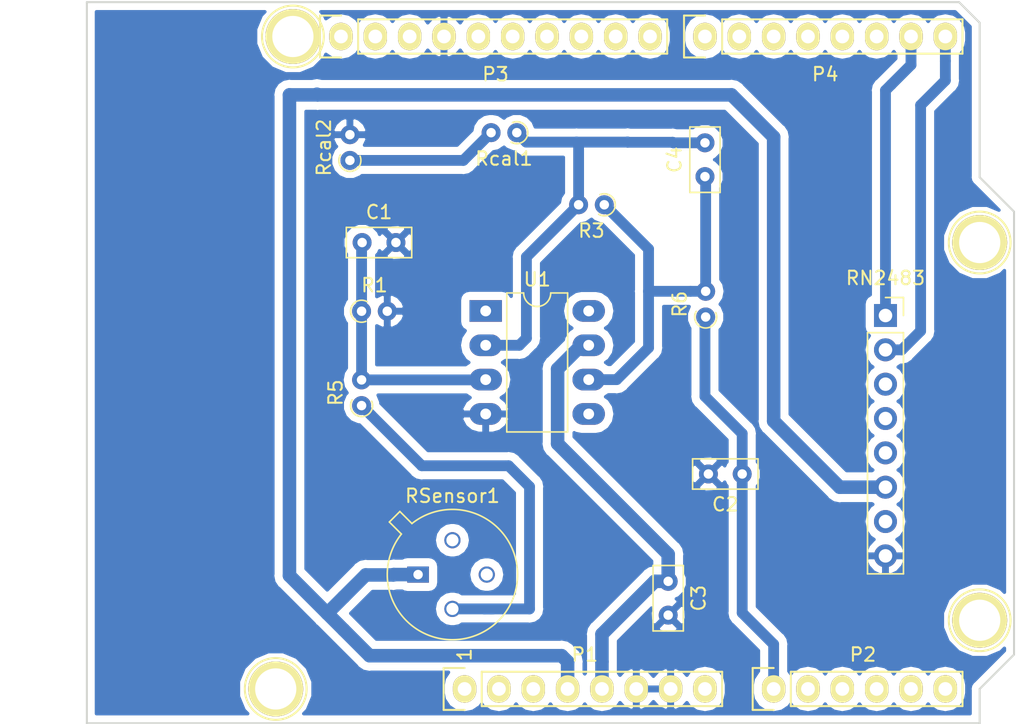
<source format=kicad_pcb>
(kicad_pcb (version 20171130) (host pcbnew "(5.0.0)")

  (general
    (thickness 1.6)
    (drawings 27)
    (tracks 85)
    (zones 0)
    (modules 21)
    (nets 45)
  )

  (page A4)
  (title_block
    (date "lun. 30 mars 2015")
  )

  (layers
    (0 F.Cu signal)
    (31 B.Cu signal)
    (32 B.Adhes user)
    (33 F.Adhes user)
    (34 B.Paste user)
    (35 F.Paste user)
    (36 B.SilkS user)
    (37 F.SilkS user)
    (38 B.Mask user)
    (39 F.Mask user)
    (40 Dwgs.User user)
    (41 Cmts.User user)
    (42 Eco1.User user)
    (43 Eco2.User user)
    (44 Edge.Cuts user)
    (45 Margin user)
    (46 B.CrtYd user)
    (47 F.CrtYd user)
    (48 B.Fab user)
    (49 F.Fab user)
  )

  (setup
    (last_trace_width 0.8)
    (trace_clearance 0.6)
    (zone_clearance 0.508)
    (zone_45_only no)
    (trace_min 0.2)
    (segment_width 0.15)
    (edge_width 0.15)
    (via_size 1.6)
    (via_drill 0.4)
    (via_min_size 0.4)
    (via_min_drill 0.3)
    (uvia_size 0.3)
    (uvia_drill 0.1)
    (uvias_allowed no)
    (uvia_min_size 0.2)
    (uvia_min_drill 0.1)
    (pcb_text_width 0.3)
    (pcb_text_size 1.5 1.5)
    (mod_edge_width 0.15)
    (mod_text_size 1 1)
    (mod_text_width 0.15)
    (pad_size 1.4 1.4)
    (pad_drill 0.7)
    (pad_to_mask_clearance 0)
    (solder_mask_min_width 0.25)
    (aux_axis_origin 110.998 126.365)
    (grid_origin 110.998 126.365)
    (visible_elements 7FFFFFFF)
    (pcbplotparams
      (layerselection 0x00030_80000001)
      (usegerberextensions false)
      (usegerberattributes false)
      (usegerberadvancedattributes false)
      (creategerberjobfile false)
      (excludeedgelayer true)
      (linewidth 0.100000)
      (plotframeref false)
      (viasonmask false)
      (mode 1)
      (useauxorigin false)
      (hpglpennumber 1)
      (hpglpenspeed 20)
      (hpglpendiameter 15.000000)
      (psnegative false)
      (psa4output false)
      (plotreference true)
      (plotvalue true)
      (plotinvisibletext false)
      (padsonsilk false)
      (subtractmaskfromsilk false)
      (outputformat 1)
      (mirror false)
      (drillshape 1)
      (scaleselection 1)
      (outputdirectory ""))
  )

  (net 0 "")
  (net 1 /IOREF)
  (net 2 /Reset)
  (net 3 +5V)
  (net 4 GND)
  (net 5 /Vin)
  (net 6 /A1)
  (net 7 /A2)
  (net 8 /A3)
  (net 9 /AREF)
  (net 10 "/A4(SDA)")
  (net 11 "/A5(SCL)")
  (net 12 "/9(**)")
  (net 13 /8)
  (net 14 /7)
  (net 15 "/6(**)")
  (net 16 "/5(**)")
  (net 17 /4)
  (net 18 "/3(**)")
  (net 19 /2)
  (net 20 "Net-(P5-Pad1)")
  (net 21 "Net-(P6-Pad1)")
  (net 22 "Net-(P7-Pad1)")
  (net 23 "Net-(P8-Pad1)")
  (net 24 "/13(SCK)")
  (net 25 "/10(**/SS)")
  (net 26 "Net-(P1-Pad1)")
  (net 27 +3V3)
  (net 28 "/12(MISO)")
  (net 29 "/11(**/MOSI)")
  (net 30 A0)
  (net 31 "Net-(C4-Pad1)")
  (net 32 "Net-(C4-Pad2)")
  (net 33 "Net-(Rcal1-Pad2)")
  (net 34 "Net-(C1-Pad1)")
  (net 35 "Net-(R5-Pad1)")
  (net 36 "Net-(U2-Pad3)")
  (net 37 "Net-(U2-Pad4)")
  (net 38 "Net-(U2-Pad5)")
  (net 39 "Net-(U2-Pad7)")
  (net 40 "Net-(U1-Pad5)")
  (net 41 "Net-(P2-Pad6)")
  (net 42 "Net-(P2-Pad5)")
  (net 43 TX)
  (net 44 RX)

  (net_class Default "This is the default net class."
    (clearance 0.6)
    (trace_width 0.8)
    (via_dia 1.6)
    (via_drill 0.4)
    (uvia_dia 0.3)
    (uvia_drill 0.1)
    (add_net "/10(**/SS)")
    (add_net "/11(**/MOSI)")
    (add_net "/12(MISO)")
    (add_net "/13(SCK)")
    (add_net /2)
    (add_net "/3(**)")
    (add_net /4)
    (add_net "/5(**)")
    (add_net "/6(**)")
    (add_net /7)
    (add_net /8)
    (add_net "/9(**)")
    (add_net /A1)
    (add_net /A2)
    (add_net /A3)
    (add_net "/A4(SDA)")
    (add_net "/A5(SCL)")
    (add_net /AREF)
    (add_net /IOREF)
    (add_net /Reset)
    (add_net /Vin)
    (add_net A0)
    (add_net "Net-(C1-Pad1)")
    (add_net "Net-(C4-Pad1)")
    (add_net "Net-(C4-Pad2)")
    (add_net "Net-(P1-Pad1)")
    (add_net "Net-(P2-Pad5)")
    (add_net "Net-(P2-Pad6)")
    (add_net "Net-(P5-Pad1)")
    (add_net "Net-(P6-Pad1)")
    (add_net "Net-(P7-Pad1)")
    (add_net "Net-(P8-Pad1)")
    (add_net "Net-(R5-Pad1)")
    (add_net "Net-(Rcal1-Pad2)")
    (add_net "Net-(U1-Pad5)")
    (add_net "Net-(U2-Pad3)")
    (add_net "Net-(U2-Pad4)")
    (add_net "Net-(U2-Pad5)")
    (add_net "Net-(U2-Pad7)")
    (add_net RX)
    (add_net TX)
  )

  (net_class "Famille alimentation" ""
    (clearance 0.6)
    (trace_width 1)
    (via_dia 1.6)
    (via_drill 0.4)
    (uvia_dia 0.3)
    (uvia_drill 0.1)
    (add_net +3V3)
    (add_net +5V)
    (add_net GND)
  )

  (module Connector_PinSocket_2.54mm:PinSocket_1x08_P2.54mm_Vertical (layer F.Cu) (tedit 5C017120) (tstamp 5BFEE185)
    (at 196.43508 121.72892)
    (descr "Through hole straight socket strip, 1x08, 2.54mm pitch, single row (from Kicad 4.0.7), script generated")
    (tags "Through hole socket strip THT 1x08 2.54mm single row")
    (path /5C06BC0B)
    (fp_text reference RN2483 (at 0 -2.77) (layer F.SilkS)
      (effects (font (size 1 1) (thickness 0.15)))
    )
    (fp_text value RN2483_Breakout-RN2483 (at 0 20.55) (layer F.Fab)
      (effects (font (size 1 1) (thickness 0.15)))
    )
    (fp_text user %R (at 0 8.89 90) (layer F.Fab)
      (effects (font (size 1 1) (thickness 0.15)))
    )
    (fp_line (start -1.8 19.55) (end -1.8 -1.8) (layer F.CrtYd) (width 0.05))
    (fp_line (start 1.75 19.55) (end -1.8 19.55) (layer F.CrtYd) (width 0.05))
    (fp_line (start 1.75 -1.8) (end 1.75 19.55) (layer F.CrtYd) (width 0.05))
    (fp_line (start -1.8 -1.8) (end 1.75 -1.8) (layer F.CrtYd) (width 0.05))
    (fp_line (start 0 -1.33) (end 1.33 -1.33) (layer F.SilkS) (width 0.12))
    (fp_line (start 1.33 -1.33) (end 1.33 0) (layer F.SilkS) (width 0.12))
    (fp_line (start 1.33 1.27) (end 1.33 19.11) (layer F.SilkS) (width 0.12))
    (fp_line (start -1.33 19.11) (end 1.33 19.11) (layer F.SilkS) (width 0.12))
    (fp_line (start -1.33 1.27) (end -1.33 19.11) (layer F.SilkS) (width 0.12))
    (fp_line (start -1.33 1.27) (end 1.33 1.27) (layer F.SilkS) (width 0.12))
    (fp_line (start -1.27 19.05) (end -1.27 -1.27) (layer F.Fab) (width 0.1))
    (fp_line (start 1.27 19.05) (end -1.27 19.05) (layer F.Fab) (width 0.1))
    (fp_line (start 1.27 -0.635) (end 1.27 19.05) (layer F.Fab) (width 0.1))
    (fp_line (start 0.635 -1.27) (end 1.27 -0.635) (layer F.Fab) (width 0.1))
    (fp_line (start -1.27 -1.27) (end 0.635 -1.27) (layer F.Fab) (width 0.1))
    (pad 8 thru_hole oval (at 0 17.78) (size 1.7 1.7) (drill 1) (layers *.Cu *.Mask)
      (net 4 GND))
    (pad 7 thru_hole oval (at 0 15.24) (size 1.7 1.7) (drill 1) (layers *.Cu *.Mask)
      (net 39 "Net-(U2-Pad7)"))
    (pad 6 thru_hole oval (at 0 12.7) (size 1.7 1.7) (drill 1) (layers *.Cu *.Mask)
      (net 27 +3V3))
    (pad 5 thru_hole oval (at 0 10.16) (size 1.7 1.7) (drill 1) (layers *.Cu *.Mask)
      (net 38 "Net-(U2-Pad5)"))
    (pad 4 thru_hole oval (at 0 7.62) (size 1.7 1.7) (drill 1) (layers *.Cu *.Mask)
      (net 37 "Net-(U2-Pad4)"))
    (pad 3 thru_hole oval (at 0 5.08) (size 1.7 1.7) (drill 1) (layers *.Cu *.Mask)
      (net 36 "Net-(U2-Pad3)"))
    (pad 2 thru_hole oval (at 0 2.54) (size 1.7 1.7) (drill 1) (layers *.Cu *.Mask)
      (net 44 RX))
    (pad 1 thru_hole rect (at 0 0) (size 1.7 1.7) (drill 1) (layers *.Cu *.Mask)
      (net 43 TX))
    (model ${KISYS3DMOD}/Connector_PinSocket_2.54mm.3dshapes/PinSocket_1x08_P2.54mm_Vertical.wrl
      (at (xyz 0 0 0))
      (scale (xyz 1 1 1))
      (rotate (xyz 0 0 0))
    )
  )

  (module Resistor_THT:R_Axial_DIN0204_L3.6mm_D1.6mm_P1.90mm_Vertical (layer F.Cu) (tedit 5AE5139B) (tstamp 5C00378C)
    (at 183.134 121.8388 90)
    (descr "Resistor, Axial_DIN0204 series, Axial, Vertical, pin pitch=1.9mm, 0.167W, length*diameter=3.6*1.6mm^2, http://cdn-reichelt.de/documents/datenblatt/B400/1_4W%23YAG.pdf")
    (tags "Resistor Axial_DIN0204 series Axial Vertical pin pitch 1.9mm 0.167W length 3.6mm diameter 1.6mm")
    (path /5BFF5D3F)
    (fp_text reference R6 (at 0.95 -1.92 90) (layer F.SilkS)
      (effects (font (size 1 1) (thickness 0.15)))
    )
    (fp_text value 1k (at 0.95 1.92 90) (layer F.Fab)
      (effects (font (size 1 1) (thickness 0.15)))
    )
    (fp_arc (start 0 0) (end 0.417133 -0.7) (angle -233.92106) (layer F.SilkS) (width 0.12))
    (fp_circle (center 0 0) (end 0.8 0) (layer F.Fab) (width 0.1))
    (fp_line (start 0 0) (end 1.9 0) (layer F.Fab) (width 0.1))
    (fp_line (start -1.05 -1.05) (end -1.05 1.05) (layer F.CrtYd) (width 0.05))
    (fp_line (start -1.05 1.05) (end 2.86 1.05) (layer F.CrtYd) (width 0.05))
    (fp_line (start 2.86 1.05) (end 2.86 -1.05) (layer F.CrtYd) (width 0.05))
    (fp_line (start 2.86 -1.05) (end -1.05 -1.05) (layer F.CrtYd) (width 0.05))
    (fp_text user %R (at 0.95 -1.92 90) (layer F.Fab)
      (effects (font (size 1 1) (thickness 0.15)))
    )
    (pad 1 thru_hole circle (at 0 0 90) (size 1.4 1.4) (drill 0.7) (layers *.Cu *.Mask)
      (net 30 A0))
    (pad 2 thru_hole oval (at 1.9 0 90) (size 1.4 1.4) (drill 0.7) (layers *.Cu *.Mask)
      (net 31 "Net-(C4-Pad1)"))
    (model ${KISYS3DMOD}/Resistor_THT.3dshapes/R_Axial_DIN0204_L3.6mm_D1.6mm_P1.90mm_Vertical.wrl
      (at (xyz 0 0 0))
      (scale (xyz 1 1 1))
      (rotate (xyz 0 0 0))
    )
  )

  (module Capacitor_THT:C_Rect_L4.6mm_W2.0mm_P2.50mm_MKS02_FKP02 (layer F.Cu) (tedit 5AE50EF0) (tstamp 5C0037EE)
    (at 183.0832 111.4552 90)
    (descr "C, Rect series, Radial, pin pitch=2.50mm, , length*width=4.6*2mm^2, Capacitor, http://www.wima.de/DE/WIMA_MKS_02.pdf")
    (tags "C Rect series Radial pin pitch 2.50mm  length 4.6mm width 2mm Capacitor")
    (path /5BFED42C)
    (fp_text reference C4 (at 1.25 -2.25 90) (layer F.SilkS)
      (effects (font (size 1 1) (thickness 0.15)))
    )
    (fp_text value 1u (at 1.25 2.25 90) (layer F.Fab)
      (effects (font (size 1 1) (thickness 0.15)))
    )
    (fp_text user %R (at 1.25 0 90) (layer F.Fab)
      (effects (font (size 0.92 0.92) (thickness 0.138)))
    )
    (fp_line (start 3.8 -1.25) (end -1.3 -1.25) (layer F.CrtYd) (width 0.05))
    (fp_line (start 3.8 1.25) (end 3.8 -1.25) (layer F.CrtYd) (width 0.05))
    (fp_line (start -1.3 1.25) (end 3.8 1.25) (layer F.CrtYd) (width 0.05))
    (fp_line (start -1.3 -1.25) (end -1.3 1.25) (layer F.CrtYd) (width 0.05))
    (fp_line (start 3.67 -1.12) (end 3.67 1.12) (layer F.SilkS) (width 0.12))
    (fp_line (start -1.17 -1.12) (end -1.17 1.12) (layer F.SilkS) (width 0.12))
    (fp_line (start -1.17 1.12) (end 3.67 1.12) (layer F.SilkS) (width 0.12))
    (fp_line (start -1.17 -1.12) (end 3.67 -1.12) (layer F.SilkS) (width 0.12))
    (fp_line (start 3.55 -1) (end -1.05 -1) (layer F.Fab) (width 0.1))
    (fp_line (start 3.55 1) (end 3.55 -1) (layer F.Fab) (width 0.1))
    (fp_line (start -1.05 1) (end 3.55 1) (layer F.Fab) (width 0.1))
    (fp_line (start -1.05 -1) (end -1.05 1) (layer F.Fab) (width 0.1))
    (pad 2 thru_hole circle (at 2.5 0 90) (size 1.4 1.4) (drill 0.7) (layers *.Cu *.Mask)
      (net 32 "Net-(C4-Pad2)"))
    (pad 1 thru_hole circle (at 0 0 90) (size 1.4 1.4) (drill 0.7) (layers *.Cu *.Mask)
      (net 31 "Net-(C4-Pad1)"))
    (model ${KISYS3DMOD}/Capacitor_THT.3dshapes/C_Rect_L4.6mm_W2.0mm_P2.50mm_MKS02_FKP02.wrl
      (at (xyz 0 0 0))
      (scale (xyz 1 1 1))
      (rotate (xyz 0 0 0))
    )
  )

  (module Capacitor_THT:C_Rect_L4.6mm_W2.0mm_P2.50mm_MKS02_FKP02 (layer F.Cu) (tedit 5AE50EF0) (tstamp 5C0037B8)
    (at 157.7232 116.332)
    (descr "C, Rect series, Radial, pin pitch=2.50mm, , length*width=4.6*2mm^2, Capacitor, http://www.wima.de/DE/WIMA_MKS_02.pdf")
    (tags "C Rect series Radial pin pitch 2.50mm  length 4.6mm width 2mm Capacitor")
    (path /5BFEC253)
    (fp_text reference C1 (at 1.25 -2.25) (layer F.SilkS)
      (effects (font (size 1 1) (thickness 0.15)))
    )
    (fp_text value 100n (at 1.25 2.25) (layer F.Fab)
      (effects (font (size 1 1) (thickness 0.15)))
    )
    (fp_line (start -1.05 -1) (end -1.05 1) (layer F.Fab) (width 0.1))
    (fp_line (start -1.05 1) (end 3.55 1) (layer F.Fab) (width 0.1))
    (fp_line (start 3.55 1) (end 3.55 -1) (layer F.Fab) (width 0.1))
    (fp_line (start 3.55 -1) (end -1.05 -1) (layer F.Fab) (width 0.1))
    (fp_line (start -1.17 -1.12) (end 3.67 -1.12) (layer F.SilkS) (width 0.12))
    (fp_line (start -1.17 1.12) (end 3.67 1.12) (layer F.SilkS) (width 0.12))
    (fp_line (start -1.17 -1.12) (end -1.17 1.12) (layer F.SilkS) (width 0.12))
    (fp_line (start 3.67 -1.12) (end 3.67 1.12) (layer F.SilkS) (width 0.12))
    (fp_line (start -1.3 -1.25) (end -1.3 1.25) (layer F.CrtYd) (width 0.05))
    (fp_line (start -1.3 1.25) (end 3.8 1.25) (layer F.CrtYd) (width 0.05))
    (fp_line (start 3.8 1.25) (end 3.8 -1.25) (layer F.CrtYd) (width 0.05))
    (fp_line (start 3.8 -1.25) (end -1.3 -1.25) (layer F.CrtYd) (width 0.05))
    (fp_text user %R (at 1.27 0) (layer F.Fab)
      (effects (font (size 0.92 0.92) (thickness 0.138)))
    )
    (pad 1 thru_hole circle (at 0 0) (size 1.4 1.4) (drill 0.7) (layers *.Cu *.Mask)
      (net 34 "Net-(C1-Pad1)"))
    (pad 2 thru_hole circle (at 2.5 0) (size 1.4 1.4) (drill 0.7) (layers *.Cu *.Mask)
      (net 4 GND))
    (model ${KISYS3DMOD}/Capacitor_THT.3dshapes/C_Rect_L4.6mm_W2.0mm_P2.50mm_MKS02_FKP02.wrl
      (at (xyz 0 0 0))
      (scale (xyz 1 1 1))
      (rotate (xyz 0 0 0))
    )
  )

  (module Capacitor_THT:C_Rect_L4.6mm_W2.0mm_P2.50mm_MKS02_FKP02 (layer F.Cu) (tedit 5C00772A) (tstamp 5C0038F9)
    (at 185.8372 133.4516 180)
    (descr "C, Rect series, Radial, pin pitch=2.50mm, , length*width=4.6*2mm^2, Capacitor, http://www.wima.de/DE/WIMA_MKS_02.pdf")
    (tags "C Rect series Radial pin pitch 2.50mm  length 4.6mm width 2mm Capacitor")
    (path /5BFEC308)
    (fp_text reference C2 (at 1.25 -2.25 180) (layer F.SilkS)
      (effects (font (size 1 1) (thickness 0.15)))
    )
    (fp_text value 100n (at 1.25 2.25 180) (layer F.Fab)
      (effects (font (size 1 1) (thickness 0.15)))
    )
    (fp_text user %R (at -5.08 3.81 180) (layer F.Fab)
      (effects (font (size 0.92 0.92) (thickness 0.138)))
    )
    (fp_line (start 3.8 -1.25) (end -1.3 -1.25) (layer F.CrtYd) (width 0.05))
    (fp_line (start 3.8 1.25) (end 3.8 -1.25) (layer F.CrtYd) (width 0.05))
    (fp_line (start -1.3 1.25) (end 3.8 1.25) (layer F.CrtYd) (width 0.05))
    (fp_line (start -1.3 -1.25) (end -1.3 1.25) (layer F.CrtYd) (width 0.05))
    (fp_line (start 3.67 -1.12) (end 3.67 1.12) (layer F.SilkS) (width 0.12))
    (fp_line (start -1.17 -1.12) (end -1.17 1.12) (layer F.SilkS) (width 0.12))
    (fp_line (start -1.17 1.12) (end 3.67 1.12) (layer F.SilkS) (width 0.12))
    (fp_line (start -1.17 -1.12) (end 3.67 -1.12) (layer F.SilkS) (width 0.12))
    (fp_line (start 3.55 -1) (end -1.05 -1) (layer F.Fab) (width 0.1))
    (fp_line (start 3.55 1) (end 3.55 -1) (layer F.Fab) (width 0.1))
    (fp_line (start -1.05 1) (end 3.55 1) (layer F.Fab) (width 0.1))
    (fp_line (start -1.05 -1) (end -1.05 1) (layer F.Fab) (width 0.1))
    (pad 2 thru_hole circle (at 2.5 0 180) (size 1.4 1.4) (drill 0.7) (layers *.Cu *.Mask)
      (net 4 GND))
    (pad 1 thru_hole circle (at 0 0 180) (size 1.4 1.4) (drill 0.7) (layers *.Cu *.Mask)
      (net 30 A0))
    (model ${KISYS3DMOD}/Capacitor_THT.3dshapes/C_Rect_L4.6mm_W2.0mm_P2.50mm_MKS02_FKP02.wrl
      (at (xyz 0 0 0))
      (scale (xyz 1 1 1))
      (rotate (xyz 0 0 0))
    )
  )

  (module Capacitor_THT:C_Rect_L4.6mm_W2.0mm_P2.50mm_MKS02_FKP02 (layer F.Cu) (tedit 5AE50EF0) (tstamp 5C00384B)
    (at 180.3632 141.392 270)
    (descr "C, Rect series, Radial, pin pitch=2.50mm, , length*width=4.6*2mm^2, Capacitor, http://www.wima.de/DE/WIMA_MKS_02.pdf")
    (tags "C Rect series Radial pin pitch 2.50mm  length 4.6mm width 2mm Capacitor")
    (path /5BFED3C7)
    (fp_text reference C3 (at 1.25 -2.25 270) (layer F.SilkS)
      (effects (font (size 1 1) (thickness 0.15)))
    )
    (fp_text value 100n (at 1.25 2.25 270) (layer F.Fab)
      (effects (font (size 1 1) (thickness 0.15)))
    )
    (fp_text user %R (at 2.54 -5.08 90) (layer F.Fab)
      (effects (font (size 0.92 0.92) (thickness 0.138)))
    )
    (fp_line (start 3.8 -1.25) (end -1.3 -1.25) (layer F.CrtYd) (width 0.05))
    (fp_line (start 3.8 1.25) (end 3.8 -1.25) (layer F.CrtYd) (width 0.05))
    (fp_line (start -1.3 1.25) (end 3.8 1.25) (layer F.CrtYd) (width 0.05))
    (fp_line (start -1.3 -1.25) (end -1.3 1.25) (layer F.CrtYd) (width 0.05))
    (fp_line (start 3.67 -1.12) (end 3.67 1.12) (layer F.SilkS) (width 0.12))
    (fp_line (start -1.17 -1.12) (end -1.17 1.12) (layer F.SilkS) (width 0.12))
    (fp_line (start -1.17 1.12) (end 3.67 1.12) (layer F.SilkS) (width 0.12))
    (fp_line (start -1.17 -1.12) (end 3.67 -1.12) (layer F.SilkS) (width 0.12))
    (fp_line (start 3.55 -1) (end -1.05 -1) (layer F.Fab) (width 0.1))
    (fp_line (start 3.55 1) (end 3.55 -1) (layer F.Fab) (width 0.1))
    (fp_line (start -1.05 1) (end 3.55 1) (layer F.Fab) (width 0.1))
    (fp_line (start -1.05 -1) (end -1.05 1) (layer F.Fab) (width 0.1))
    (pad 2 thru_hole circle (at 2.5 0 270) (size 1.4 1.4) (drill 0.7) (layers *.Cu *.Mask)
      (net 4 GND))
    (pad 1 thru_hole circle (at 0 0 270) (size 1.4 1.4) (drill 0.7) (layers *.Cu *.Mask)
      (net 3 +5V))
    (model ${KISYS3DMOD}/Capacitor_THT.3dshapes/C_Rect_L4.6mm_W2.0mm_P2.50mm_MKS02_FKP02.wrl
      (at (xyz 0 0 0))
      (scale (xyz 1 1 1))
      (rotate (xyz 0 0 0))
    )
  )

  (module "Gas Sensor:TO-5-4" (layer F.Cu) (tedit 5BFE9E52) (tstamp 5BFEE1B7)
    (at 161.8632 140.892)
    (descr TO-5-4)
    (tags TO-5-4)
    (path /5BFED75C)
    (fp_text reference RSensor1 (at 2.54 -5.82) (layer F.SilkS)
      (effects (font (size 1 1) (thickness 0.15)))
    )
    (fp_text value 10k (at 2.54 5.82) (layer F.Fab)
      (effects (font (size 1 1) (thickness 0.15)))
    )
    (fp_text user %R (at 2.54 -5.82) (layer F.Fab)
      (effects (font (size 1 1) (thickness 0.15)))
    )
    (fp_line (start -0.465408 -3.61352) (end -1.27151 -4.419621) (layer F.Fab) (width 0.1))
    (fp_line (start -1.27151 -4.419621) (end -1.879621 -3.81151) (layer F.Fab) (width 0.1))
    (fp_line (start -1.879621 -3.81151) (end -1.07352 -3.005408) (layer F.Fab) (width 0.1))
    (fp_line (start -0.457084 -3.774902) (end -1.348039 -4.665856) (layer F.SilkS) (width 0.12))
    (fp_line (start -1.348039 -4.665856) (end -2.125856 -3.888039) (layer F.SilkS) (width 0.12))
    (fp_line (start -2.125856 -3.888039) (end -1.234902 -2.997084) (layer F.SilkS) (width 0.12))
    (fp_line (start -2.41 -4.95) (end -2.41 4.95) (layer F.CrtYd) (width 0.05))
    (fp_line (start -2.41 4.95) (end 7.49 4.95) (layer F.CrtYd) (width 0.05))
    (fp_line (start 7.49 4.95) (end 7.49 -4.95) (layer F.CrtYd) (width 0.05))
    (fp_line (start 7.49 -4.95) (end -2.41 -4.95) (layer F.CrtYd) (width 0.05))
    (fp_circle (center 2.54 0) (end 6.79 0) (layer F.Fab) (width 0.1))
    (fp_arc (start 2.54 0) (end -0.465408 -3.61352) (angle 349.5) (layer F.Fab) (width 0.1))
    (fp_arc (start 2.54 0) (end -0.457084 -3.774902) (angle 346.9) (layer F.SilkS) (width 0.12))
    (pad 1 thru_hole rect (at 0 0) (size 1.6 1.2) (drill 0.7) (layers *.Cu *.Mask)
      (net 27 +3V3))
    (pad 2 thru_hole oval (at 2.54 2.54) (size 1.2 1.2) (drill 0.9) (layers *.Cu *.Mask)
      (net 35 "Net-(R5-Pad1)"))
    (pad 3 thru_hole oval (at 5.08 0) (size 1.2 1.2) (drill 0.9) (layers *.Cu *.Mask))
    (pad 4 thru_hole oval (at 2.54 -2.54) (size 1.2 1.2) (drill 0.9) (layers *.Cu *.Mask))
    (model ${KISYS3DMOD}/Package_TO_SOT_THT.3dshapes/TO-5-4.wrl
      (at (xyz 0 0 0))
      (scale (xyz 1 1 1))
      (rotate (xyz 0 0 0))
    )
  )

  (module Package_DIP:DIP-8_W7.62mm_LongPads (layer F.Cu) (tedit 5A02E8C5) (tstamp 5C0038B1)
    (at 166.8632 121.392)
    (descr "8-lead though-hole mounted DIP package, row spacing 7.62 mm (300 mils), LongPads")
    (tags "THT DIP DIL PDIP 2.54mm 7.62mm 300mil LongPads")
    (path /5BCDD352)
    (fp_text reference U1 (at 3.81 -2.33) (layer F.SilkS)
      (effects (font (size 1 1) (thickness 0.15)))
    )
    (fp_text value LTC1050 (at 3.81 9.95) (layer F.Fab)
      (effects (font (size 1 1) (thickness 0.15)))
    )
    (fp_text user %R (at 3.81 3.81) (layer F.Fab)
      (effects (font (size 1 1) (thickness 0.15)))
    )
    (fp_line (start 9.1 -1.55) (end -1.45 -1.55) (layer F.CrtYd) (width 0.05))
    (fp_line (start 9.1 9.15) (end 9.1 -1.55) (layer F.CrtYd) (width 0.05))
    (fp_line (start -1.45 9.15) (end 9.1 9.15) (layer F.CrtYd) (width 0.05))
    (fp_line (start -1.45 -1.55) (end -1.45 9.15) (layer F.CrtYd) (width 0.05))
    (fp_line (start 6.06 -1.33) (end 4.81 -1.33) (layer F.SilkS) (width 0.12))
    (fp_line (start 6.06 8.95) (end 6.06 -1.33) (layer F.SilkS) (width 0.12))
    (fp_line (start 1.56 8.95) (end 6.06 8.95) (layer F.SilkS) (width 0.12))
    (fp_line (start 1.56 -1.33) (end 1.56 8.95) (layer F.SilkS) (width 0.12))
    (fp_line (start 2.81 -1.33) (end 1.56 -1.33) (layer F.SilkS) (width 0.12))
    (fp_line (start 0.635 -0.27) (end 1.635 -1.27) (layer F.Fab) (width 0.1))
    (fp_line (start 0.635 8.89) (end 0.635 -0.27) (layer F.Fab) (width 0.1))
    (fp_line (start 6.985 8.89) (end 0.635 8.89) (layer F.Fab) (width 0.1))
    (fp_line (start 6.985 -1.27) (end 6.985 8.89) (layer F.Fab) (width 0.1))
    (fp_line (start 1.635 -1.27) (end 6.985 -1.27) (layer F.Fab) (width 0.1))
    (fp_arc (start 3.81 -1.33) (end 2.81 -1.33) (angle -180) (layer F.SilkS) (width 0.12))
    (pad 8 thru_hole oval (at 7.62 0) (size 2.4 1.6) (drill 0.8) (layers *.Cu *.Mask))
    (pad 4 thru_hole oval (at 0 7.62) (size 2.4 1.6) (drill 0.8) (layers *.Cu *.Mask)
      (net 4 GND))
    (pad 7 thru_hole oval (at 7.62 2.54) (size 2.4 1.6) (drill 0.8) (layers *.Cu *.Mask)
      (net 3 +5V))
    (pad 3 thru_hole oval (at 0 5.08) (size 2.4 1.6) (drill 0.8) (layers *.Cu *.Mask)
      (net 34 "Net-(C1-Pad1)"))
    (pad 6 thru_hole oval (at 7.62 5.08) (size 2.4 1.6) (drill 0.8) (layers *.Cu *.Mask)
      (net 31 "Net-(C4-Pad1)"))
    (pad 2 thru_hole oval (at 0 2.54) (size 2.4 1.6) (drill 0.8) (layers *.Cu *.Mask)
      (net 32 "Net-(C4-Pad2)"))
    (pad 5 thru_hole oval (at 7.62 7.62) (size 2.4 1.6) (drill 0.8) (layers *.Cu *.Mask)
      (net 40 "Net-(U1-Pad5)"))
    (pad 1 thru_hole rect (at 0 0) (size 2.4 1.6) (drill 0.8) (layers *.Cu *.Mask))
    (model ${KISYS3DMOD}/Package_DIP.3dshapes/DIP-8_W7.62mm.wrl
      (at (xyz 0 0 0))
      (scale (xyz 1 1 1))
      (rotate (xyz 0 0 0))
    )
  )

  (module Resistor_THT:R_Axial_DIN0204_L3.6mm_D1.6mm_P1.90mm_Vertical (layer F.Cu) (tedit 5AE5139B) (tstamp 5C00381F)
    (at 157.6832 128.392 90)
    (descr "Resistor, Axial_DIN0204 series, Axial, Vertical, pin pitch=1.9mm, 0.167W, length*diameter=3.6*1.6mm^2, http://cdn-reichelt.de/documents/datenblatt/B400/1_4W%23YAG.pdf")
    (tags "Resistor Axial_DIN0204 series Axial Vertical pin pitch 1.9mm 0.167W length 3.6mm diameter 1.6mm")
    (path /5BFED6E7)
    (fp_text reference R5 (at 0.95 -1.92 90) (layer F.SilkS)
      (effects (font (size 1 1) (thickness 0.15)))
    )
    (fp_text value 10k (at 0.95 1.92 90) (layer F.Fab)
      (effects (font (size 1 1) (thickness 0.15)))
    )
    (fp_text user %R (at 0.95 -1.92 90) (layer F.Fab)
      (effects (font (size 1 1) (thickness 0.15)))
    )
    (fp_line (start 2.86 -1.05) (end -1.05 -1.05) (layer F.CrtYd) (width 0.05))
    (fp_line (start 2.86 1.05) (end 2.86 -1.05) (layer F.CrtYd) (width 0.05))
    (fp_line (start -1.05 1.05) (end 2.86 1.05) (layer F.CrtYd) (width 0.05))
    (fp_line (start -1.05 -1.05) (end -1.05 1.05) (layer F.CrtYd) (width 0.05))
    (fp_line (start 0 0) (end 1.9 0) (layer F.Fab) (width 0.1))
    (fp_circle (center 0 0) (end 0.8 0) (layer F.Fab) (width 0.1))
    (fp_arc (start 0 0) (end 0.417133 -0.7) (angle -233.92106) (layer F.SilkS) (width 0.12))
    (pad 2 thru_hole oval (at 1.9 0 90) (size 1.4 1.4) (drill 0.7) (layers *.Cu *.Mask)
      (net 34 "Net-(C1-Pad1)"))
    (pad 1 thru_hole circle (at 0 0 90) (size 1.4 1.4) (drill 0.7) (layers *.Cu *.Mask)
      (net 35 "Net-(R5-Pad1)"))
    (model ${KISYS3DMOD}/Resistor_THT.3dshapes/R_Axial_DIN0204_L3.6mm_D1.6mm_P1.90mm_Vertical.wrl
      (at (xyz 0 0 0))
      (scale (xyz 1 1 1))
      (rotate (xyz 0 0 0))
    )
  )

  (module Resistor_THT:R_Axial_DIN0204_L3.6mm_D1.6mm_P1.90mm_Vertical (layer F.Cu) (tedit 5AE5139B) (tstamp 5C003765)
    (at 157.6832 121.412)
    (descr "Resistor, Axial_DIN0204 series, Axial, Vertical, pin pitch=1.9mm, 0.167W, length*diameter=3.6*1.6mm^2, http://cdn-reichelt.de/documents/datenblatt/B400/1_4W%23YAG.pdf")
    (tags "Resistor Axial_DIN0204 series Axial Vertical pin pitch 1.9mm 0.167W length 3.6mm diameter 1.6mm")
    (path /5BFED57C)
    (fp_text reference R1 (at 0.95 -1.92) (layer F.SilkS)
      (effects (font (size 1 1) (thickness 0.15)))
    )
    (fp_text value 100k (at 0.95 1.92) (layer F.Fab)
      (effects (font (size 1 1) (thickness 0.15)))
    )
    (fp_arc (start 0 0) (end 0.417133 -0.7) (angle -233.92106) (layer F.SilkS) (width 0.12))
    (fp_circle (center 0 0) (end 0.8 0) (layer F.Fab) (width 0.1))
    (fp_line (start 0 0) (end 1.9 0) (layer F.Fab) (width 0.1))
    (fp_line (start -1.05 -1.05) (end -1.05 1.05) (layer F.CrtYd) (width 0.05))
    (fp_line (start -1.05 1.05) (end 2.86 1.05) (layer F.CrtYd) (width 0.05))
    (fp_line (start 2.86 1.05) (end 2.86 -1.05) (layer F.CrtYd) (width 0.05))
    (fp_line (start 2.86 -1.05) (end -1.05 -1.05) (layer F.CrtYd) (width 0.05))
    (fp_text user %R (at 0.95 -1.92) (layer F.Fab)
      (effects (font (size 1 1) (thickness 0.15)))
    )
    (pad 1 thru_hole circle (at 0 0) (size 1.4 1.4) (drill 0.7) (layers *.Cu *.Mask)
      (net 34 "Net-(C1-Pad1)"))
    (pad 2 thru_hole oval (at 1.9 0) (size 1.4 1.4) (drill 0.7) (layers *.Cu *.Mask)
      (net 4 GND))
    (model ${KISYS3DMOD}/Resistor_THT.3dshapes/R_Axial_DIN0204_L3.6mm_D1.6mm_P1.90mm_Vertical.wrl
      (at (xyz 0 0 0))
      (scale (xyz 1 1 1))
      (rotate (xyz 0 0 0))
    )
  )

  (module Resistor_THT:R_Axial_DIN0204_L3.6mm_D1.6mm_P1.90mm_Vertical (layer F.Cu) (tedit 5AE5139B) (tstamp 5C003951)
    (at 169.164 108.204 180)
    (descr "Resistor, Axial_DIN0204 series, Axial, Vertical, pin pitch=1.9mm, 0.167W, length*diameter=3.6*1.6mm^2, http://cdn-reichelt.de/documents/datenblatt/B400/1_4W%23YAG.pdf")
    (tags "Resistor Axial_DIN0204 series Axial Vertical pin pitch 1.9mm 0.167W length 3.6mm diameter 1.6mm")
    (path /5BFED666)
    (fp_text reference Rcal1 (at 0.95 -1.92 180) (layer F.SilkS)
      (effects (font (size 1 1) (thickness 0.15)))
    )
    (fp_text value R (at 0.95 1.92 180) (layer F.Fab)
      (effects (font (size 1 1) (thickness 0.15)))
    )
    (fp_text user %R (at 0.95 -1.92 180) (layer F.Fab)
      (effects (font (size 1 1) (thickness 0.15)))
    )
    (fp_line (start 2.86 -1.05) (end -1.05 -1.05) (layer F.CrtYd) (width 0.05))
    (fp_line (start 2.86 1.05) (end 2.86 -1.05) (layer F.CrtYd) (width 0.05))
    (fp_line (start -1.05 1.05) (end 2.86 1.05) (layer F.CrtYd) (width 0.05))
    (fp_line (start -1.05 -1.05) (end -1.05 1.05) (layer F.CrtYd) (width 0.05))
    (fp_line (start 0 0) (end 1.9 0) (layer F.Fab) (width 0.1))
    (fp_circle (center 0 0) (end 0.8 0) (layer F.Fab) (width 0.1))
    (fp_arc (start 0 0) (end 0.417133 -0.7) (angle -233.92106) (layer F.SilkS) (width 0.12))
    (pad 2 thru_hole oval (at 1.9 0 180) (size 1.4 1.4) (drill 0.7) (layers *.Cu *.Mask)
      (net 33 "Net-(Rcal1-Pad2)"))
    (pad 1 thru_hole circle (at 0 0 180) (size 1.4 1.4) (drill 0.7) (layers *.Cu *.Mask)
      (net 32 "Net-(C4-Pad2)"))
    (model ${KISYS3DMOD}/Resistor_THT.3dshapes/R_Axial_DIN0204_L3.6mm_D1.6mm_P1.90mm_Vertical.wrl
      (at (xyz 0 0 0))
      (scale (xyz 1 1 1))
      (rotate (xyz 0 0 0))
    )
  )

  (module Resistor_THT:R_Axial_DIN0204_L3.6mm_D1.6mm_P1.90mm_Vertical (layer F.Cu) (tedit 5AE5139B) (tstamp 5C00387C)
    (at 156.8196 110.2564 90)
    (descr "Resistor, Axial_DIN0204 series, Axial, Vertical, pin pitch=1.9mm, 0.167W, length*diameter=3.6*1.6mm^2, http://cdn-reichelt.de/documents/datenblatt/B400/1_4W%23YAG.pdf")
    (tags "Resistor Axial_DIN0204 series Axial Vertical pin pitch 1.9mm 0.167W length 3.6mm diameter 1.6mm")
    (path /5BFF5C7F)
    (fp_text reference Rcal2 (at 0.95 -1.92 90) (layer F.SilkS)
      (effects (font (size 1 1) (thickness 0.15)))
    )
    (fp_text value R (at 0.95 1.92 90) (layer F.Fab)
      (effects (font (size 1 1) (thickness 0.15)))
    )
    (fp_arc (start 0 0) (end 0.417133 -0.7) (angle -233.92106) (layer F.SilkS) (width 0.12))
    (fp_circle (center 0 0) (end 0.8 0) (layer F.Fab) (width 0.1))
    (fp_line (start 0 0) (end 1.9 0) (layer F.Fab) (width 0.1))
    (fp_line (start -1.05 -1.05) (end -1.05 1.05) (layer F.CrtYd) (width 0.05))
    (fp_line (start -1.05 1.05) (end 2.86 1.05) (layer F.CrtYd) (width 0.05))
    (fp_line (start 2.86 1.05) (end 2.86 -1.05) (layer F.CrtYd) (width 0.05))
    (fp_line (start 2.86 -1.05) (end -1.05 -1.05) (layer F.CrtYd) (width 0.05))
    (fp_text user %R (at 0.95 -1.92 90) (layer F.Fab)
      (effects (font (size 1 1) (thickness 0.15)))
    )
    (pad 1 thru_hole circle (at 0 0 90) (size 1.4 1.4) (drill 0.7) (layers *.Cu *.Mask)
      (net 33 "Net-(Rcal1-Pad2)"))
    (pad 2 thru_hole oval (at 1.9 0 90) (size 1.4 1.4) (drill 0.7) (layers *.Cu *.Mask)
      (net 4 GND))
    (model ${KISYS3DMOD}/Resistor_THT.3dshapes/R_Axial_DIN0204_L3.6mm_D1.6mm_P1.90mm_Vertical.wrl
      (at (xyz 0 0 0))
      (scale (xyz 1 1 1))
      (rotate (xyz 0 0 0))
    )
  )

  (module Resistor_THT:R_Axial_DIN0204_L3.6mm_D1.6mm_P1.90mm_Vertical (layer F.Cu) (tedit 5AE5139B) (tstamp 5C00392A)
    (at 175.636 113.538 180)
    (descr "Resistor, Axial_DIN0204 series, Axial, Vertical, pin pitch=1.9mm, 0.167W, length*diameter=3.6*1.6mm^2, http://cdn-reichelt.de/documents/datenblatt/B400/1_4W%23YAG.pdf")
    (tags "Resistor Axial_DIN0204 series Axial Vertical pin pitch 1.9mm 0.167W length 3.6mm diameter 1.6mm")
    (path /5BFED5CB)
    (fp_text reference R3 (at 0.95 -1.92 180) (layer F.SilkS)
      (effects (font (size 1 1) (thickness 0.15)))
    )
    (fp_text value 100k (at 0.95 1.92 180) (layer F.Fab)
      (effects (font (size 1 1) (thickness 0.15)))
    )
    (fp_arc (start 0 0) (end 0.417133 -0.7) (angle -233.92106) (layer F.SilkS) (width 0.12))
    (fp_circle (center 0 0) (end 0.8 0) (layer F.Fab) (width 0.1))
    (fp_line (start 0 0) (end 1.9 0) (layer F.Fab) (width 0.1))
    (fp_line (start -1.05 -1.05) (end -1.05 1.05) (layer F.CrtYd) (width 0.05))
    (fp_line (start -1.05 1.05) (end 2.86 1.05) (layer F.CrtYd) (width 0.05))
    (fp_line (start 2.86 1.05) (end 2.86 -1.05) (layer F.CrtYd) (width 0.05))
    (fp_line (start 2.86 -1.05) (end -1.05 -1.05) (layer F.CrtYd) (width 0.05))
    (fp_text user %R (at 0.95 -1.92 180) (layer F.Fab)
      (effects (font (size 1 1) (thickness 0.15)))
    )
    (pad 1 thru_hole circle (at 0 0 180) (size 1.4 1.4) (drill 0.7) (layers *.Cu *.Mask)
      (net 31 "Net-(C4-Pad1)"))
    (pad 2 thru_hole oval (at 1.9 0 180) (size 1.4 1.4) (drill 0.7) (layers *.Cu *.Mask)
      (net 32 "Net-(C4-Pad2)"))
    (model ${KISYS3DMOD}/Resistor_THT.3dshapes/R_Axial_DIN0204_L3.6mm_D1.6mm_P1.90mm_Vertical.wrl
      (at (xyz 0 0 0))
      (scale (xyz 1 1 1))
      (rotate (xyz 0 0 0))
    )
  )

  (module Socket_Arduino_Uno:Socket_Strip_Arduino_1x08 locked (layer F.Cu) (tedit 552168D2) (tstamp 551AF9EA)
    (at 165.3032 149.352)
    (descr "Through hole socket strip")
    (tags "socket strip")
    (path /56D70129)
    (fp_text reference P1 (at 8.89 -2.54) (layer F.SilkS)
      (effects (font (size 1 1) (thickness 0.15)))
    )
    (fp_text value Power (at 8.89 -4.064) (layer F.Fab)
      (effects (font (size 1 1) (thickness 0.15)))
    )
    (fp_line (start -1.75 -1.75) (end -1.75 1.75) (layer F.CrtYd) (width 0.05))
    (fp_line (start 19.55 -1.75) (end 19.55 1.75) (layer F.CrtYd) (width 0.05))
    (fp_line (start -1.75 -1.75) (end 19.55 -1.75) (layer F.CrtYd) (width 0.05))
    (fp_line (start -1.75 1.75) (end 19.55 1.75) (layer F.CrtYd) (width 0.05))
    (fp_line (start 1.27 1.27) (end 19.05 1.27) (layer F.SilkS) (width 0.15))
    (fp_line (start 19.05 1.27) (end 19.05 -1.27) (layer F.SilkS) (width 0.15))
    (fp_line (start 19.05 -1.27) (end 1.27 -1.27) (layer F.SilkS) (width 0.15))
    (fp_line (start -1.55 1.55) (end 0 1.55) (layer F.SilkS) (width 0.15))
    (fp_line (start 1.27 1.27) (end 1.27 -1.27) (layer F.SilkS) (width 0.15))
    (fp_line (start 0 -1.55) (end -1.55 -1.55) (layer F.SilkS) (width 0.15))
    (fp_line (start -1.55 -1.55) (end -1.55 1.55) (layer F.SilkS) (width 0.15))
    (pad 1 thru_hole oval (at 0 0) (size 1.7272 2.032) (drill 1.016) (layers *.Cu *.Mask F.SilkS)
      (net 26 "Net-(P1-Pad1)"))
    (pad 2 thru_hole oval (at 2.54 0) (size 1.7272 2.032) (drill 1.016) (layers *.Cu *.Mask F.SilkS)
      (net 1 /IOREF))
    (pad 3 thru_hole oval (at 5.08 0) (size 1.7272 2.032) (drill 1.016) (layers *.Cu *.Mask F.SilkS)
      (net 2 /Reset))
    (pad 4 thru_hole oval (at 7.62 0) (size 1.7272 2.032) (drill 1.016) (layers *.Cu *.Mask F.SilkS)
      (net 27 +3V3))
    (pad 5 thru_hole oval (at 10.16 0) (size 1.7272 2.032) (drill 1.016) (layers *.Cu *.Mask F.SilkS)
      (net 3 +5V))
    (pad 6 thru_hole oval (at 12.7 0) (size 1.7272 2.032) (drill 1.016) (layers *.Cu *.Mask F.SilkS)
      (net 4 GND))
    (pad 7 thru_hole oval (at 15.24 0) (size 1.7272 2.032) (drill 1.016) (layers *.Cu *.Mask F.SilkS)
      (net 4 GND))
    (pad 8 thru_hole oval (at 17.78 0) (size 1.7272 2.032) (drill 1.016) (layers *.Cu *.Mask F.SilkS)
      (net 5 /Vin))
    (model ${KIPRJMOD}/Socket_Arduino_Uno.3dshapes/Socket_header_Arduino_1x08.wrl
      (offset (xyz 8.889999866485596 0 0))
      (scale (xyz 1 1 1))
      (rotate (xyz 0 0 180))
    )
  )

  (module Socket_Arduino_Uno:Socket_Strip_Arduino_1x06 locked (layer F.Cu) (tedit 552168D6) (tstamp 551AF9FF)
    (at 188.1632 149.352)
    (descr "Through hole socket strip")
    (tags "socket strip")
    (path /56D70DD8)
    (fp_text reference P2 (at 6.604 -2.54) (layer F.SilkS)
      (effects (font (size 1 1) (thickness 0.15)))
    )
    (fp_text value Analog (at 6.604 -4.064) (layer F.Fab)
      (effects (font (size 1 1) (thickness 0.15)))
    )
    (fp_line (start -1.55 -1.55) (end -1.55 1.55) (layer F.SilkS) (width 0.15))
    (fp_line (start 0 -1.55) (end -1.55 -1.55) (layer F.SilkS) (width 0.15))
    (fp_line (start 1.27 1.27) (end 1.27 -1.27) (layer F.SilkS) (width 0.15))
    (fp_line (start -1.55 1.55) (end 0 1.55) (layer F.SilkS) (width 0.15))
    (fp_line (start 13.97 -1.27) (end 1.27 -1.27) (layer F.SilkS) (width 0.15))
    (fp_line (start 13.97 1.27) (end 13.97 -1.27) (layer F.SilkS) (width 0.15))
    (fp_line (start 1.27 1.27) (end 13.97 1.27) (layer F.SilkS) (width 0.15))
    (fp_line (start -1.75 1.75) (end 14.45 1.75) (layer F.CrtYd) (width 0.05))
    (fp_line (start -1.75 -1.75) (end 14.45 -1.75) (layer F.CrtYd) (width 0.05))
    (fp_line (start 14.45 -1.75) (end 14.45 1.75) (layer F.CrtYd) (width 0.05))
    (fp_line (start -1.75 -1.75) (end -1.75 1.75) (layer F.CrtYd) (width 0.05))
    (pad 6 thru_hole oval (at 12.7 0) (size 1.7272 2.032) (drill 1.016) (layers *.Cu *.Mask F.SilkS)
      (net 41 "Net-(P2-Pad6)"))
    (pad 5 thru_hole oval (at 10.16 0) (size 1.7272 2.032) (drill 1.016) (layers *.Cu *.Mask F.SilkS)
      (net 42 "Net-(P2-Pad5)"))
    (pad 4 thru_hole oval (at 7.62 0) (size 1.7272 2.032) (drill 1.016) (layers *.Cu *.Mask F.SilkS)
      (net 8 /A3))
    (pad 3 thru_hole oval (at 5.08 0) (size 1.7272 2.032) (drill 1.016) (layers *.Cu *.Mask F.SilkS)
      (net 7 /A2))
    (pad 2 thru_hole oval (at 2.54 0) (size 1.7272 2.032) (drill 1.016) (layers *.Cu *.Mask F.SilkS)
      (net 6 /A1))
    (pad 1 thru_hole oval (at 0 0) (size 1.7272 2.032) (drill 1.016) (layers *.Cu *.Mask F.SilkS)
      (net 30 A0))
    (model ${KIPRJMOD}/Socket_Arduino_Uno.3dshapes/Socket_header_Arduino_1x06.wrl
      (offset (xyz 6.349999904632568 0 0))
      (scale (xyz 1 1 1))
      (rotate (xyz 0 0 180))
    )
  )

  (module Socket_Arduino_Uno:Socket_Strip_Arduino_1x10 locked (layer F.Cu) (tedit 552168BF) (tstamp 551AFA18)
    (at 156.1592 101.092)
    (descr "Through hole socket strip")
    (tags "socket strip")
    (path /56D721E0)
    (fp_text reference P3 (at 11.43 2.794) (layer F.SilkS)
      (effects (font (size 1 1) (thickness 0.15)))
    )
    (fp_text value Digital (at 11.43 4.318) (layer F.Fab)
      (effects (font (size 1 1) (thickness 0.15)))
    )
    (fp_line (start -1.75 -1.75) (end -1.75 1.75) (layer F.CrtYd) (width 0.05))
    (fp_line (start 24.65 -1.75) (end 24.65 1.75) (layer F.CrtYd) (width 0.05))
    (fp_line (start -1.75 -1.75) (end 24.65 -1.75) (layer F.CrtYd) (width 0.05))
    (fp_line (start -1.75 1.75) (end 24.65 1.75) (layer F.CrtYd) (width 0.05))
    (fp_line (start 1.27 1.27) (end 24.13 1.27) (layer F.SilkS) (width 0.15))
    (fp_line (start 24.13 1.27) (end 24.13 -1.27) (layer F.SilkS) (width 0.15))
    (fp_line (start 24.13 -1.27) (end 1.27 -1.27) (layer F.SilkS) (width 0.15))
    (fp_line (start -1.55 1.55) (end 0 1.55) (layer F.SilkS) (width 0.15))
    (fp_line (start 1.27 1.27) (end 1.27 -1.27) (layer F.SilkS) (width 0.15))
    (fp_line (start 0 -1.55) (end -1.55 -1.55) (layer F.SilkS) (width 0.15))
    (fp_line (start -1.55 -1.55) (end -1.55 1.55) (layer F.SilkS) (width 0.15))
    (pad 1 thru_hole oval (at 0 0) (size 1.7272 2.032) (drill 1.016) (layers *.Cu *.Mask F.SilkS)
      (net 11 "/A5(SCL)"))
    (pad 2 thru_hole oval (at 2.54 0) (size 1.7272 2.032) (drill 1.016) (layers *.Cu *.Mask F.SilkS)
      (net 10 "/A4(SDA)"))
    (pad 3 thru_hole oval (at 5.08 0) (size 1.7272 2.032) (drill 1.016) (layers *.Cu *.Mask F.SilkS)
      (net 9 /AREF))
    (pad 4 thru_hole oval (at 7.62 0) (size 1.7272 2.032) (drill 1.016) (layers *.Cu *.Mask F.SilkS)
      (net 4 GND))
    (pad 5 thru_hole oval (at 10.16 0) (size 1.7272 2.032) (drill 1.016) (layers *.Cu *.Mask F.SilkS)
      (net 24 "/13(SCK)"))
    (pad 6 thru_hole oval (at 12.7 0) (size 1.7272 2.032) (drill 1.016) (layers *.Cu *.Mask F.SilkS)
      (net 28 "/12(MISO)"))
    (pad 7 thru_hole oval (at 15.24 0) (size 1.7272 2.032) (drill 1.016) (layers *.Cu *.Mask F.SilkS)
      (net 29 "/11(**/MOSI)"))
    (pad 8 thru_hole oval (at 17.78 0) (size 1.7272 2.032) (drill 1.016) (layers *.Cu *.Mask F.SilkS)
      (net 25 "/10(**/SS)"))
    (pad 9 thru_hole oval (at 20.32 0) (size 1.7272 2.032) (drill 1.016) (layers *.Cu *.Mask F.SilkS)
      (net 12 "/9(**)"))
    (pad 10 thru_hole oval (at 22.86 0) (size 1.7272 2.032) (drill 1.016) (layers *.Cu *.Mask F.SilkS)
      (net 13 /8))
    (model ${KIPRJMOD}/Socket_Arduino_Uno.3dshapes/Socket_header_Arduino_1x10.wrl
      (offset (xyz 11.42999982833862 0 0))
      (scale (xyz 1 1 1))
      (rotate (xyz 0 0 180))
    )
  )

  (module Socket_Arduino_Uno:Socket_Strip_Arduino_1x08 locked (layer F.Cu) (tedit 552168C7) (tstamp 551AFA2F)
    (at 183.0832 101.092)
    (descr "Through hole socket strip")
    (tags "socket strip")
    (path /56D7164F)
    (fp_text reference P4 (at 8.89 2.794) (layer F.SilkS)
      (effects (font (size 1 1) (thickness 0.15)))
    )
    (fp_text value Digital (at 8.89 4.318) (layer F.Fab)
      (effects (font (size 1 1) (thickness 0.15)))
    )
    (fp_line (start -1.75 -1.75) (end -1.75 1.75) (layer F.CrtYd) (width 0.05))
    (fp_line (start 19.55 -1.75) (end 19.55 1.75) (layer F.CrtYd) (width 0.05))
    (fp_line (start -1.75 -1.75) (end 19.55 -1.75) (layer F.CrtYd) (width 0.05))
    (fp_line (start -1.75 1.75) (end 19.55 1.75) (layer F.CrtYd) (width 0.05))
    (fp_line (start 1.27 1.27) (end 19.05 1.27) (layer F.SilkS) (width 0.15))
    (fp_line (start 19.05 1.27) (end 19.05 -1.27) (layer F.SilkS) (width 0.15))
    (fp_line (start 19.05 -1.27) (end 1.27 -1.27) (layer F.SilkS) (width 0.15))
    (fp_line (start -1.55 1.55) (end 0 1.55) (layer F.SilkS) (width 0.15))
    (fp_line (start 1.27 1.27) (end 1.27 -1.27) (layer F.SilkS) (width 0.15))
    (fp_line (start 0 -1.55) (end -1.55 -1.55) (layer F.SilkS) (width 0.15))
    (fp_line (start -1.55 -1.55) (end -1.55 1.55) (layer F.SilkS) (width 0.15))
    (pad 1 thru_hole oval (at 0 0) (size 1.7272 2.032) (drill 1.016) (layers *.Cu *.Mask F.SilkS)
      (net 14 /7))
    (pad 2 thru_hole oval (at 2.54 0) (size 1.7272 2.032) (drill 1.016) (layers *.Cu *.Mask F.SilkS)
      (net 15 "/6(**)"))
    (pad 3 thru_hole oval (at 5.08 0) (size 1.7272 2.032) (drill 1.016) (layers *.Cu *.Mask F.SilkS)
      (net 16 "/5(**)"))
    (pad 4 thru_hole oval (at 7.62 0) (size 1.7272 2.032) (drill 1.016) (layers *.Cu *.Mask F.SilkS)
      (net 17 /4))
    (pad 5 thru_hole oval (at 10.16 0) (size 1.7272 2.032) (drill 1.016) (layers *.Cu *.Mask F.SilkS)
      (net 18 "/3(**)"))
    (pad 6 thru_hole oval (at 12.7 0) (size 1.7272 2.032) (drill 1.016) (layers *.Cu *.Mask F.SilkS)
      (net 19 /2))
    (pad 7 thru_hole oval (at 15.24 0) (size 1.7272 2.032) (drill 1.016) (layers *.Cu *.Mask F.SilkS)
      (net 43 TX))
    (pad 8 thru_hole oval (at 17.78 0) (size 1.7272 2.032) (drill 1.016) (layers *.Cu *.Mask F.SilkS)
      (net 44 RX))
    (model ${KIPRJMOD}/Socket_Arduino_Uno.3dshapes/Socket_header_Arduino_1x08.wrl
      (offset (xyz 8.889999866485596 0 0))
      (scale (xyz 1 1 1))
      (rotate (xyz 0 0 180))
    )
  )

  (module Socket_Arduino_Uno:Arduino_1pin locked (layer F.Cu) (tedit 5524FC39) (tstamp 5524FC3F)
    (at 151.3332 149.352)
    (descr "module 1 pin (ou trou mecanique de percage)")
    (tags DEV)
    (path /56D71177)
    (fp_text reference P5 (at 0 -3.048) (layer F.SilkS) hide
      (effects (font (size 1 1) (thickness 0.15)))
    )
    (fp_text value CONN_01X01 (at 0 2.794) (layer F.Fab) hide
      (effects (font (size 1 1) (thickness 0.15)))
    )
    (fp_circle (center 0 0) (end 0 -2.286) (layer F.SilkS) (width 0.15))
    (pad 1 thru_hole circle (at 0 0) (size 4.064 4.064) (drill 3.048) (layers *.Cu *.Mask F.SilkS)
      (net 20 "Net-(P5-Pad1)"))
  )

  (module Socket_Arduino_Uno:Arduino_1pin locked (layer F.Cu) (tedit 5524FC4A) (tstamp 5524FC44)
    (at 203.4032 144.272)
    (descr "module 1 pin (ou trou mecanique de percage)")
    (tags DEV)
    (path /56D71274)
    (fp_text reference P6 (at 0 -3.048) (layer F.SilkS) hide
      (effects (font (size 1 1) (thickness 0.15)))
    )
    (fp_text value CONN_01X01 (at 0 2.794) (layer F.Fab) hide
      (effects (font (size 1 1) (thickness 0.15)))
    )
    (fp_circle (center 0 0) (end 0 -2.286) (layer F.SilkS) (width 0.15))
    (pad 1 thru_hole circle (at 0 0) (size 4.064 4.064) (drill 3.048) (layers *.Cu *.Mask F.SilkS)
      (net 21 "Net-(P6-Pad1)"))
  )

  (module Socket_Arduino_Uno:Arduino_1pin locked (layer F.Cu) (tedit 5524FC2F) (tstamp 5524FC49)
    (at 152.6032 101.092)
    (descr "module 1 pin (ou trou mecanique de percage)")
    (tags DEV)
    (path /56D712A8)
    (fp_text reference P7 (at 0 -3.048) (layer F.SilkS) hide
      (effects (font (size 1 1) (thickness 0.15)))
    )
    (fp_text value CONN_01X01 (at 0 2.794) (layer F.Fab) hide
      (effects (font (size 1 1) (thickness 0.15)))
    )
    (fp_circle (center 0 0) (end 0 -2.286) (layer F.SilkS) (width 0.15))
    (pad 1 thru_hole circle (at 0 0) (size 4.064 4.064) (drill 3.048) (layers *.Cu *.Mask F.SilkS)
      (net 22 "Net-(P7-Pad1)"))
  )

  (module Socket_Arduino_Uno:Arduino_1pin locked (layer F.Cu) (tedit 5524FC41) (tstamp 5524FC4E)
    (at 203.4032 116.332)
    (descr "module 1 pin (ou trou mecanique de percage)")
    (tags DEV)
    (path /56D712DB)
    (fp_text reference P8 (at 0 -3.048) (layer F.SilkS) hide
      (effects (font (size 1 1) (thickness 0.15)))
    )
    (fp_text value CONN_01X01 (at 0 2.794) (layer F.Fab) hide
      (effects (font (size 1 1) (thickness 0.15)))
    )
    (fp_circle (center 0 0) (end 0 -2.286) (layer F.SilkS) (width 0.15))
    (pad 1 thru_hole circle (at 0 0) (size 4.064 4.064) (drill 3.048) (layers *.Cu *.Mask F.SilkS)
      (net 23 "Net-(P8-Pad1)"))
  )

  (gr_line (start 199.7202 127.762) (end 199.7202 120.142) (angle 90) (layer Dwgs.User) (width 0.15) (tstamp 5C021233))
  (gr_line (start 131.0132 108.077) (end 146.8882 108.077) (angle 90) (layer Dwgs.User) (width 0.15) (tstamp 5C0160AE))
  (gr_line (start 146.8882 108.077) (end 146.8882 119.507) (angle 90) (layer Dwgs.User) (width 0.15) (tstamp 5C0160AD))
  (gr_line (start 131.0132 119.507) (end 131.0132 108.077) (angle 90) (layer Dwgs.User) (width 0.15) (tstamp 5C0160AC))
  (gr_line (start 146.8882 119.507) (end 131.0132 119.507) (angle 90) (layer Dwgs.User) (width 0.15) (tstamp 5C0160AA))
  (gr_text 1 (at 165.3032 146.812 90) (layer F.SilkS)
    (effects (font (size 1 1) (thickness 0.15)))
  )
  (gr_circle (center 143.7132 102.489) (end 144.9832 102.489) (layer Dwgs.User) (width 0.15))
  (gr_line (start 140.7922 104.521) (end 140.7922 100.457) (angle 90) (layer Dwgs.User) (width 0.15))
  (gr_line (start 146.6342 104.521) (end 140.7922 104.521) (angle 90) (layer Dwgs.User) (width 0.15))
  (gr_line (start 146.6342 100.457) (end 146.6342 104.521) (angle 90) (layer Dwgs.User) (width 0.15))
  (gr_line (start 140.7922 100.457) (end 146.6342 100.457) (angle 90) (layer Dwgs.User) (width 0.15))
  (gr_line (start 203.4032 100.076) (end 201.8792 98.552) (angle 90) (layer Edge.Cuts) (width 0.15))
  (gr_line (start 203.4032 111.506) (end 203.4032 100.076) (angle 90) (layer Edge.Cuts) (width 0.15))
  (gr_line (start 205.9432 114.046) (end 203.4032 111.506) (angle 90) (layer Edge.Cuts) (width 0.15))
  (gr_line (start 205.9432 146.812) (end 205.9432 114.046) (angle 90) (layer Edge.Cuts) (width 0.15))
  (gr_line (start 203.4032 149.352) (end 205.9432 146.812) (angle 90) (layer Edge.Cuts) (width 0.15))
  (gr_line (start 203.4032 151.892) (end 203.4032 149.352) (angle 90) (layer Edge.Cuts) (width 0.15))
  (gr_line (start 137.3632 151.892) (end 203.4032 151.892) (angle 90) (layer Edge.Cuts) (width 0.15))
  (gr_line (start 137.3632 98.552) (end 137.3632 151.892) (angle 90) (layer Edge.Cuts) (width 0.15))
  (gr_line (start 201.8792 98.552) (end 137.3632 98.552) (angle 90) (layer Edge.Cuts) (width 0.15))
  (gr_line (start 204.8002 127.762) (end 199.7202 127.762) (angle 90) (layer Dwgs.User) (width 0.15))
  (gr_line (start 204.8002 120.142) (end 204.8002 127.762) (angle 90) (layer Dwgs.User) (width 0.15))
  (gr_line (start 199.7202 120.142) (end 204.8002 120.142) (angle 90) (layer Dwgs.User) (width 0.15))
  (gr_line (start 135.4582 148.717) (end 135.4582 139.827) (angle 90) (layer Dwgs.User) (width 0.15))
  (gr_line (start 148.7932 148.717) (end 135.4582 148.717) (angle 90) (layer Dwgs.User) (width 0.15))
  (gr_line (start 148.7932 139.827) (end 148.7932 148.717) (angle 90) (layer Dwgs.User) (width 0.15))
  (gr_line (start 135.4582 139.827) (end 148.7932 139.827) (angle 90) (layer Dwgs.User) (width 0.15))

  (segment (start 172.18319 125.684991) (end 172.18319 131.21199) (width 1) (layer B.Cu) (net 3))
  (segment (start 174.4832 123.932) (end 173.936181 123.932) (width 1) (layer B.Cu) (net 3))
  (segment (start 173.936181 123.932) (end 172.18319 125.684991) (width 1) (layer B.Cu) (net 3))
  (segment (start 180.3632 139.392) (end 172.18319 131.21199) (width 1) (layer B.Cu) (net 3))
  (segment (start 180.3632 141.392) (end 180.3632 139.392) (width 1) (layer B.Cu) (net 3))
  (segment (start 175.4632 147.336) (end 175.4632 149.352) (width 1) (layer B.Cu) (net 3))
  (segment (start 175.4632 145.302051) (end 175.4632 147.336) (width 1) (layer B.Cu) (net 3))
  (segment (start 179.373251 141.392) (end 175.4632 145.302051) (width 1) (layer B.Cu) (net 3))
  (segment (start 180.3632 141.392) (end 179.373251 141.392) (width 1) (layer B.Cu) (net 3))
  (segment (start 154.3812 105.3592) (end 154.432 105.41) (width 1) (layer B.Cu) (net 27))
  (segment (start 160.0632 140.892) (end 161.8632 140.892) (width 1) (layer B.Cu) (net 27))
  (segment (start 160.036 140.9192) (end 160.0632 140.892) (width 1) (layer B.Cu) (net 27))
  (segment (start 157.988 140.9192) (end 160.036 140.9192) (width 1) (layer B.Cu) (net 27))
  (segment (start 172.9232 147.336) (end 172.4792 146.892) (width 1) (layer B.Cu) (net 27))
  (segment (start 158.2712 146.892) (end 156.3624 144.9832) (width 1) (layer B.Cu) (net 27))
  (segment (start 172.9232 149.352) (end 172.9232 147.336) (width 1) (layer B.Cu) (net 27))
  (segment (start 172.4792 146.892) (end 158.2712 146.892) (width 1) (layer B.Cu) (net 27))
  (segment (start 156.3624 142.5448) (end 157.988 140.9192) (width 1) (layer B.Cu) (net 27))
  (segment (start 154.432 105.41) (end 152.3492 105.41) (width 1) (layer B.Cu) (net 27))
  (segment (start 152.3492 105.41) (end 152.3492 140.97) (width 1) (layer B.Cu) (net 27))
  (segment (start 156.3624 142.5448) (end 155.1432 143.764) (width 1) (layer B.Cu) (net 27))
  (segment (start 152.3492 140.97) (end 155.1432 143.764) (width 1) (layer B.Cu) (net 27))
  (segment (start 155.1432 143.764) (end 156.3624 144.9832) (width 1) (layer B.Cu) (net 27))
  (segment (start 185.045202 105.41) (end 154.432 105.41) (width 1) (layer B.Cu) (net 27))
  (segment (start 188.163201 108.527999) (end 185.045202 105.41) (width 1) (layer B.Cu) (net 27))
  (segment (start 188.163201 129.540001) (end 188.163201 108.527999) (width 1) (layer B.Cu) (net 27))
  (segment (start 196.43508 134.42892) (end 193.05212 134.42892) (width 1) (layer B.Cu) (net 27))
  (segment (start 193.05212 134.42892) (end 188.163201 129.540001) (width 1) (layer B.Cu) (net 27))
  (segment (start 183.0832 121.92) (end 183.0832 127.7112) (width 0.8) (layer B.Cu) (net 30))
  (segment (start 185.8372 130.4652) (end 185.8372 133.4516) (width 0.8) (layer B.Cu) (net 30))
  (segment (start 183.0832 127.7112) (end 185.8372 130.4652) (width 0.8) (layer B.Cu) (net 30))
  (segment (start 185.8372 133.4516) (end 185.8372 143.724) (width 0.8) (layer B.Cu) (net 30))
  (segment (start 188.1632 146.05) (end 188.1632 149.352) (width 0.8) (layer B.Cu) (net 30))
  (segment (start 185.8372 143.724) (end 188.1632 146.05) (width 0.8) (layer B.Cu) (net 30))
  (segment (start 176.4832 126.472) (end 174.4832 126.472) (width 0.8) (layer B.Cu) (net 31))
  (segment (start 183.1848 111.5568) (end 183.0832 111.4552) (width 0.8) (layer B.Cu) (net 31))
  (segment (start 182.012051 119.9388) (end 178.91 119.9388) (width 0.8) (layer B.Cu) (net 31))
  (segment (start 182.012051 119.9388) (end 183.134 119.9388) (width 0.8) (layer B.Cu) (net 31))
  (segment (start 183.134 111.506) (end 183.0832 111.4552) (width 0.8) (layer B.Cu) (net 31))
  (segment (start 183.134 119.9388) (end 183.134 111.506) (width 0.8) (layer B.Cu) (net 31))
  (segment (start 178.91 116.812) (end 175.636 113.538) (width 0.8) (layer B.Cu) (net 31))
  (segment (start 178.91 119.9388) (end 178.91 116.812) (width 0.8) (layer B.Cu) (net 31))
  (segment (start 178.91 119.9388) (end 178.91 124.112) (width 0.8) (layer B.Cu) (net 31))
  (segment (start 176.55 126.472) (end 176.4832 126.472) (width 0.8) (layer B.Cu) (net 31))
  (segment (start 178.91 124.112) (end 176.55 126.472) (width 0.8) (layer B.Cu) (net 31))
  (segment (start 177.354001 108.903999) (end 177.3632 108.8948) (width 0.8) (layer B.Cu) (net 32))
  (segment (start 169.164 108.204) (end 169.863999 108.903999) (width 0.8) (layer B.Cu) (net 32))
  (segment (start 177.365202 108.9152) (end 180.6956 108.9152) (width 0.8) (layer B.Cu) (net 32))
  (segment (start 177.354001 108.903999) (end 177.365202 108.9152) (width 0.8) (layer B.Cu) (net 32))
  (segment (start 180.7356 108.9552) (end 183.0832 108.9552) (width 0.8) (layer B.Cu) (net 32))
  (segment (start 180.6956 108.9152) (end 180.7356 108.9552) (width 0.8) (layer B.Cu) (net 32))
  (segment (start 169.863999 108.903999) (end 173.5836 108.903999) (width 0.8) (layer B.Cu) (net 32))
  (segment (start 173.5836 108.903999) (end 177.354001 108.903999) (width 0.8) (layer B.Cu) (net 32))
  (segment (start 169.8752 117.3988) (end 173.736 113.538) (width 0.8) (layer B.Cu) (net 32))
  (segment (start 169.8752 123.404) (end 169.8752 117.3988) (width 0.8) (layer B.Cu) (net 32))
  (segment (start 166.8632 123.932) (end 169.3472 123.932) (width 0.8) (layer B.Cu) (net 32))
  (segment (start 169.3472 123.932) (end 169.8752 123.404) (width 0.8) (layer B.Cu) (net 32))
  (segment (start 173.736 109.056399) (end 173.5836 108.903999) (width 0.8) (layer B.Cu) (net 32))
  (segment (start 173.736 113.538) (end 173.736 109.056399) (width 0.8) (layer B.Cu) (net 32))
  (segment (start 165.2116 110.2564) (end 167.264 108.204) (width 0.8) (layer B.Cu) (net 33))
  (segment (start 156.8196 110.2564) (end 165.2116 110.2564) (width 0.8) (layer B.Cu) (net 33))
  (segment (start 166.8432 126.492) (end 166.8632 126.472) (width 0.8) (layer B.Cu) (net 34))
  (segment (start 157.6832 126.492) (end 166.8432 126.492) (width 0.8) (layer B.Cu) (net 34))
  (segment (start 157.6832 126.492) (end 157.6832 121.412) (width 0.8) (layer B.Cu) (net 34))
  (segment (start 157.6832 116.372) (end 157.7232 116.332) (width 0.8) (layer B.Cu) (net 34))
  (segment (start 157.6832 121.412) (end 157.6832 116.372) (width 0.8) (layer B.Cu) (net 34))
  (segment (start 167.4132 143.432) (end 167.263202 143.432) (width 0.8) (layer B.Cu) (net 35))
  (segment (start 166.7764 143.432) (end 164.4032 143.432) (width 0.8) (layer B.Cu) (net 35))
  (segment (start 167.263202 143.432) (end 166.7764 143.432) (width 0.8) (layer B.Cu) (net 35))
  (segment (start 158.383199 129.091999) (end 157.6832 128.392) (width 0.8) (layer B.Cu) (net 35))
  (segment (start 162.1332 132.842) (end 158.383199 129.091999) (width 0.8) (layer B.Cu) (net 35))
  (segment (start 168.558 132.842) (end 162.1332 132.842) (width 0.8) (layer B.Cu) (net 35))
  (segment (start 170.1056 134.3896) (end 168.558 132.842) (width 0.8) (layer B.Cu) (net 35))
  (segment (start 170.1056 143.432) (end 170.1056 134.3896) (width 0.8) (layer B.Cu) (net 35))
  (segment (start 166.7764 143.432) (end 170.1056 143.432) (width 0.8) (layer B.Cu) (net 35))
  (segment (start 198.3232 101.092) (end 198.3232 103.19004) (width 0.8) (layer B.Cu) (net 43))
  (segment (start 198.3232 103.19004) (end 196.86016 104.65308) (width 0.8) (layer B.Cu) (net 43))
  (segment (start 196.43508 105.07816) (end 196.86016 104.65308) (width 0.8) (layer B.Cu) (net 43))
  (segment (start 196.43508 121.72892) (end 196.43508 105.07816) (width 0.8) (layer B.Cu) (net 43))
  (segment (start 200.8632 102.908) (end 200.8632 101.092) (width 0.8) (layer B.Cu) (net 44))
  (segment (start 197.637161 124.26892) (end 199.0344 122.871681) (width 0.8) (layer B.Cu) (net 44))
  (segment (start 196.43508 124.26892) (end 197.637161 124.26892) (width 0.8) (layer B.Cu) (net 44))
  (segment (start 199.0344 122.871681) (end 199.0344 106.172) (width 0.8) (layer B.Cu) (net 44))
  (segment (start 200.8632 104.3432) (end 200.8632 102.908) (width 0.8) (layer B.Cu) (net 44))
  (segment (start 199.0344 106.172) (end 200.8632 104.3432) (width 0.8) (layer B.Cu) (net 44))

  (zone (net 4) (net_name GND) (layer B.Cu) (tstamp 5C017834) (hatch edge 0.508)
    (connect_pads (clearance 0.508))
    (min_thickness 0.254)
    (fill yes (arc_segments 16) (thermal_gap 0.508) (thermal_bridge_width 0.508))
    (polygon
      (pts
        (xy 137.8632 98.892) (xy 201.8632 98.892) (xy 203.3632 99.892) (xy 203.3632 111.392) (xy 205.8632 114.392)
        (xy 205.8632 146.892) (xy 203.3632 149.392) (xy 203.3632 151.892) (xy 137.3632 151.892) (xy 137.3632 98.392)
        (xy 201.3632 98.392)
      )
    )
    (filled_polygon
      (pts
        (xy 150.264233 99.529152) (xy 149.8442 100.543201) (xy 149.8442 101.640799) (xy 150.264233 102.654848) (xy 151.040352 103.430967)
        (xy 152.054401 103.851) (xy 153.151999 103.851) (xy 154.166048 103.430967) (xy 154.942167 102.654848) (xy 155.042948 102.411541)
        (xy 155.53858 102.742712) (xy 156.1592 102.866161) (xy 156.779821 102.742712) (xy 157.305958 102.391158) (xy 157.4292 102.206713)
        (xy 157.552442 102.391158) (xy 158.07858 102.742712) (xy 158.6992 102.866161) (xy 159.319821 102.742712) (xy 159.845958 102.391158)
        (xy 159.9692 102.206713) (xy 160.092442 102.391158) (xy 160.61858 102.742712) (xy 161.2392 102.866161) (xy 161.859821 102.742712)
        (xy 162.385958 102.391158) (xy 162.576414 102.10612) (xy 162.877164 102.442732) (xy 163.404409 102.696709) (xy 163.420174 102.699358)
        (xy 163.6522 102.578217) (xy 163.6522 101.219) (xy 163.6322 101.219) (xy 163.6322 100.965) (xy 163.6522 100.965)
        (xy 163.6522 99.605783) (xy 163.9062 99.605783) (xy 163.9062 100.965) (xy 163.9262 100.965) (xy 163.9262 101.219)
        (xy 163.9062 101.219) (xy 163.9062 102.578217) (xy 164.138226 102.699358) (xy 164.153991 102.696709) (xy 164.681236 102.442732)
        (xy 164.981986 102.106121) (xy 165.172442 102.391158) (xy 165.69858 102.742712) (xy 166.3192 102.866161) (xy 166.939821 102.742712)
        (xy 167.465958 102.391158) (xy 167.5892 102.206713) (xy 167.712442 102.391158) (xy 168.23858 102.742712) (xy 168.8592 102.866161)
        (xy 169.479821 102.742712) (xy 170.005958 102.391158) (xy 170.1292 102.206713) (xy 170.252442 102.391158) (xy 170.77858 102.742712)
        (xy 171.3992 102.866161) (xy 172.019821 102.742712) (xy 172.545958 102.391158) (xy 172.6692 102.206713) (xy 172.792442 102.391158)
        (xy 173.31858 102.742712) (xy 173.9392 102.866161) (xy 174.559821 102.742712) (xy 175.085958 102.391158) (xy 175.2092 102.206713)
        (xy 175.332442 102.391158) (xy 175.85858 102.742712) (xy 176.4792 102.866161) (xy 177.099821 102.742712) (xy 177.625958 102.391158)
        (xy 177.7492 102.206713) (xy 177.872442 102.391158) (xy 178.39858 102.742712) (xy 179.0192 102.866161) (xy 179.639821 102.742712)
        (xy 180.165958 102.391158) (xy 180.517512 101.86502) (xy 180.6098 101.401056) (xy 180.6098 100.782943) (xy 180.517512 100.318979)
        (xy 180.165958 99.792842) (xy 179.63982 99.441288) (xy 179.0192 99.317839) (xy 178.398579 99.441288) (xy 177.872442 99.792842)
        (xy 177.7492 99.977287) (xy 177.625958 99.792842) (xy 177.09982 99.441288) (xy 176.4792 99.317839) (xy 175.858579 99.441288)
        (xy 175.332442 99.792842) (xy 175.2092 99.977287) (xy 175.085958 99.792842) (xy 174.55982 99.441288) (xy 173.9392 99.317839)
        (xy 173.318579 99.441288) (xy 172.792442 99.792842) (xy 172.6692 99.977287) (xy 172.545958 99.792842) (xy 172.01982 99.441288)
        (xy 171.3992 99.317839) (xy 170.778579 99.441288) (xy 170.252442 99.792842) (xy 170.1292 99.977287) (xy 170.005958 99.792842)
        (xy 169.47982 99.441288) (xy 168.8592 99.317839) (xy 168.238579 99.441288) (xy 167.712442 99.792842) (xy 167.5892 99.977287)
        (xy 167.465958 99.792842) (xy 166.93982 99.441288) (xy 166.3192 99.317839) (xy 165.698579 99.441288) (xy 165.172442 99.792842)
        (xy 164.981986 100.07788) (xy 164.681236 99.741268) (xy 164.153991 99.487291) (xy 164.138226 99.484642) (xy 163.9062 99.605783)
        (xy 163.6522 99.605783) (xy 163.420174 99.484642) (xy 163.404409 99.487291) (xy 162.877164 99.741268) (xy 162.576414 100.077879)
        (xy 162.385958 99.792842) (xy 161.85982 99.441288) (xy 161.2392 99.317839) (xy 160.618579 99.441288) (xy 160.092442 99.792842)
        (xy 159.9692 99.977287) (xy 159.845958 99.792842) (xy 159.31982 99.441288) (xy 158.6992 99.317839) (xy 158.078579 99.441288)
        (xy 157.552442 99.792842) (xy 157.4292 99.977287) (xy 157.305958 99.792842) (xy 156.77982 99.441288) (xy 156.1592 99.317839)
        (xy 155.538579 99.441288) (xy 155.042948 99.772459) (xy 154.942167 99.529152) (xy 154.675015 99.262) (xy 201.58511 99.262)
        (xy 202.693201 100.370092) (xy 202.6932 111.436076) (xy 202.679291 111.506) (xy 202.6932 111.575924) (xy 202.6932 111.575925)
        (xy 202.734395 111.783027) (xy 202.891319 112.01788) (xy 202.950602 112.057492) (xy 204.82964 113.936531) (xy 203.951999 113.573)
        (xy 202.854401 113.573) (xy 201.840352 113.993033) (xy 201.064233 114.769152) (xy 200.6442 115.783201) (xy 200.6442 116.880799)
        (xy 201.064233 117.894848) (xy 201.840352 118.670967) (xy 202.854401 119.091) (xy 203.951999 119.091) (xy 204.966048 118.670967)
        (xy 205.233201 118.403814) (xy 205.2332 142.200185) (xy 204.966048 141.933033) (xy 203.951999 141.513) (xy 202.854401 141.513)
        (xy 201.840352 141.933033) (xy 201.064233 142.709152) (xy 200.6442 143.723201) (xy 200.6442 144.820799) (xy 201.064233 145.834848)
        (xy 201.840352 146.610967) (xy 202.854401 147.031) (xy 203.951999 147.031) (xy 204.966048 146.610967) (xy 205.2332 146.343815)
        (xy 205.2332 146.517909) (xy 202.950602 148.800508) (xy 202.89132 148.840119) (xy 202.734396 149.074972) (xy 202.679291 149.352)
        (xy 202.693201 149.421929) (xy 202.6932 151.182) (xy 153.405015 151.182) (xy 153.672167 150.914848) (xy 154.0922 149.900799)
        (xy 154.0922 148.803201) (xy 153.672167 147.789152) (xy 152.896048 147.013033) (xy 151.881999 146.593) (xy 150.784401 146.593)
        (xy 149.770352 147.013033) (xy 148.994233 147.789152) (xy 148.5742 148.803201) (xy 148.5742 149.900799) (xy 148.994233 150.914848)
        (xy 149.261385 151.182) (xy 138.0732 151.182) (xy 138.0732 105.41) (xy 151.098162 105.41) (xy 151.1222 105.530847)
        (xy 151.122201 140.849152) (xy 151.098163 140.97) (xy 151.193392 141.44875) (xy 151.193393 141.448751) (xy 151.193393 141.448752)
        (xy 151.236219 141.512846) (xy 151.396129 141.752168) (xy 151.396131 141.75217) (xy 151.464584 141.854617) (xy 151.567031 141.92307)
        (xy 154.190131 144.546171) (xy 154.258583 144.648617) (xy 154.361029 144.717069) (xy 154.361031 144.717071) (xy 154.361034 144.717073)
        (xy 155.580231 145.936271) (xy 155.580234 145.936273) (xy 157.31813 147.67417) (xy 157.386583 147.776617) (xy 157.792448 148.047808)
        (xy 158.150353 148.119) (xy 158.150357 148.119) (xy 158.2712 148.143037) (xy 158.392043 148.119) (xy 164.112237 148.119)
        (xy 163.804888 148.57898) (xy 163.7126 149.042944) (xy 163.7126 149.661057) (xy 163.804888 150.125021) (xy 164.156442 150.651158)
        (xy 164.68258 151.002712) (xy 165.3032 151.126161) (xy 165.923821 151.002712) (xy 166.449958 150.651158) (xy 166.5732 150.466713)
        (xy 166.696442 150.651158) (xy 167.22258 151.002712) (xy 167.8432 151.126161) (xy 168.463821 151.002712) (xy 168.989958 150.651158)
        (xy 169.1132 150.466713) (xy 169.236442 150.651158) (xy 169.76258 151.002712) (xy 170.3832 151.126161) (xy 171.003821 151.002712)
        (xy 171.529958 150.651158) (xy 171.6532 150.466713) (xy 171.776442 150.651158) (xy 172.30258 151.002712) (xy 172.9232 151.126161)
        (xy 173.543821 151.002712) (xy 174.069958 150.651158) (xy 174.1932 150.466713) (xy 174.316442 150.651158) (xy 174.84258 151.002712)
        (xy 175.4632 151.126161) (xy 176.083821 151.002712) (xy 176.609958 150.651158) (xy 176.800414 150.36612) (xy 177.101164 150.702732)
        (xy 177.628409 150.956709) (xy 177.644174 150.959358) (xy 177.8762 150.838217) (xy 177.8762 149.479) (xy 178.1302 149.479)
        (xy 178.1302 150.838217) (xy 178.362226 150.959358) (xy 178.377991 150.956709) (xy 178.905236 150.702732) (xy 179.2732 150.290892)
        (xy 179.641164 150.702732) (xy 180.168409 150.956709) (xy 180.184174 150.959358) (xy 180.4162 150.838217) (xy 180.4162 149.479)
        (xy 178.1302 149.479) (xy 177.8762 149.479) (xy 177.8562 149.479) (xy 177.8562 149.225) (xy 177.8762 149.225)
        (xy 177.8762 147.865783) (xy 178.1302 147.865783) (xy 178.1302 149.225) (xy 180.4162 149.225) (xy 180.4162 147.865783)
        (xy 180.6702 147.865783) (xy 180.6702 149.225) (xy 180.6902 149.225) (xy 180.6902 149.479) (xy 180.6702 149.479)
        (xy 180.6702 150.838217) (xy 180.902226 150.959358) (xy 180.917991 150.956709) (xy 181.445236 150.702732) (xy 181.745986 150.366121)
        (xy 181.936442 150.651158) (xy 182.46258 151.002712) (xy 183.0832 151.126161) (xy 183.703821 151.002712) (xy 184.229958 150.651158)
        (xy 184.581512 150.12502) (xy 184.6738 149.661056) (xy 184.6738 149.042943) (xy 184.581512 148.578979) (xy 184.229958 148.052842)
        (xy 183.70382 147.701288) (xy 183.0832 147.577839) (xy 182.462579 147.701288) (xy 181.936442 148.052842) (xy 181.745986 148.33788)
        (xy 181.445236 148.001268) (xy 180.917991 147.747291) (xy 180.902226 147.744642) (xy 180.6702 147.865783) (xy 180.4162 147.865783)
        (xy 180.184174 147.744642) (xy 180.168409 147.747291) (xy 179.641164 148.001268) (xy 179.2732 148.413108) (xy 178.905236 148.001268)
        (xy 178.377991 147.747291) (xy 178.362226 147.744642) (xy 178.1302 147.865783) (xy 177.8762 147.865783) (xy 177.644174 147.744642)
        (xy 177.628409 147.747291) (xy 177.101164 148.001268) (xy 176.800414 148.337879) (xy 176.6902 148.172932) (xy 176.6902 145.81029)
        (xy 177.673215 144.827275) (xy 179.607531 144.827275) (xy 179.669369 145.063042) (xy 180.170322 145.239419) (xy 180.70064 145.210664)
        (xy 181.057031 145.063042) (xy 181.118869 144.827275) (xy 180.3632 144.071605) (xy 179.607531 144.827275) (xy 177.673215 144.827275)
        (xy 179.132294 143.368196) (xy 179.015781 143.699122) (xy 179.044536 144.22944) (xy 179.192158 144.585831) (xy 179.427925 144.647669)
        (xy 180.183595 143.892) (xy 180.542805 143.892) (xy 181.298475 144.647669) (xy 181.534242 144.585831) (xy 181.710619 144.084878)
        (xy 181.681864 143.55456) (xy 181.534242 143.198169) (xy 181.298475 143.136331) (xy 180.542805 143.892) (xy 180.183595 143.892)
        (xy 180.169452 143.877858) (xy 180.349058 143.698252) (xy 180.3632 143.712395) (xy 181.118869 142.956725) (xy 181.057031 142.720958)
        (xy 180.963362 142.687979) (xy 181.171531 142.601753) (xy 181.572953 142.200331) (xy 181.7902 141.675848) (xy 181.7902 141.108152)
        (xy 181.5902 140.625307) (xy 181.5902 139.512842) (xy 181.614237 139.391999) (xy 181.5902 139.271156) (xy 181.5902 139.271153)
        (xy 181.519008 138.913248) (xy 181.247817 138.507383) (xy 181.14537 138.43893) (xy 177.093315 134.386875) (xy 182.581531 134.386875)
        (xy 182.643369 134.622642) (xy 183.144322 134.799019) (xy 183.67464 134.770264) (xy 184.031031 134.622642) (xy 184.092869 134.386875)
        (xy 183.3372 133.631205) (xy 182.581531 134.386875) (xy 177.093315 134.386875) (xy 175.965162 133.258722) (xy 181.989781 133.258722)
        (xy 182.018536 133.78904) (xy 182.166158 134.145431) (xy 182.401925 134.207269) (xy 183.157595 133.4516) (xy 182.401925 132.695931)
        (xy 182.166158 132.757769) (xy 181.989781 133.258722) (xy 175.965162 133.258722) (xy 175.222765 132.516325) (xy 182.581531 132.516325)
        (xy 183.3372 133.271995) (xy 184.092869 132.516325) (xy 184.031031 132.280558) (xy 183.530078 132.104181) (xy 182.99976 132.132936)
        (xy 182.643369 132.280558) (xy 182.581531 132.516325) (xy 175.222765 132.516325) (xy 173.41019 130.703751) (xy 173.41019 130.398816)
        (xy 173.487394 130.450402) (xy 173.932807 130.539) (xy 175.033593 130.539) (xy 175.479006 130.450402) (xy 175.984105 130.112905)
        (xy 176.321602 129.607806) (xy 176.440115 129.012) (xy 176.321602 128.416194) (xy 175.984105 127.911095) (xy 175.731037 127.742)
        (xy 175.945051 127.599) (xy 176.439002 127.599) (xy 176.55 127.621079) (xy 176.660998 127.599) (xy 176.660999 127.599)
        (xy 176.989733 127.533611) (xy 177.362522 127.284522) (xy 177.4254 127.190418) (xy 179.62842 124.987398) (xy 179.722522 124.924522)
        (xy 179.971611 124.551733) (xy 180.037 124.222999) (xy 180.059079 124.112001) (xy 180.037 124.001003) (xy 180.037 121.0658)
        (xy 181.909612 121.0658) (xy 181.707 121.554952) (xy 181.707 122.122648) (xy 181.924247 122.647131) (xy 181.9562 122.679084)
        (xy 181.956201 127.600197) (xy 181.934121 127.7112) (xy 182.02159 128.150934) (xy 182.113819 128.288964) (xy 182.270679 128.523722)
        (xy 182.36478 128.586598) (xy 184.7102 130.932019) (xy 184.710201 132.560515) (xy 184.627447 132.643269) (xy 184.544131 132.844413)
        (xy 184.508242 132.757769) (xy 184.272475 132.695931) (xy 183.516805 133.4516) (xy 184.272475 134.207269) (xy 184.508242 134.145431)
        (xy 184.541221 134.051762) (xy 184.627447 134.259931) (xy 184.7102 134.342684) (xy 184.710201 143.612997) (xy 184.688121 143.724)
        (xy 184.77559 144.163734) (xy 184.828387 144.24275) (xy 185.024679 144.536522) (xy 185.11878 144.599398) (xy 187.0362 146.516819)
        (xy 187.036201 148.03964) (xy 187.016442 148.052842) (xy 186.664888 148.57898) (xy 186.5726 149.042944) (xy 186.5726 149.661057)
        (xy 186.664888 150.125021) (xy 187.016442 150.651158) (xy 187.54258 151.002712) (xy 188.1632 151.126161) (xy 188.783821 151.002712)
        (xy 189.309958 150.651158) (xy 189.4332 150.466713) (xy 189.556442 150.651158) (xy 190.08258 151.002712) (xy 190.7032 151.126161)
        (xy 191.323821 151.002712) (xy 191.849958 150.651158) (xy 191.9732 150.466713) (xy 192.096442 150.651158) (xy 192.62258 151.002712)
        (xy 193.2432 151.126161) (xy 193.863821 151.002712) (xy 194.389958 150.651158) (xy 194.5132 150.466713) (xy 194.636442 150.651158)
        (xy 195.16258 151.002712) (xy 195.7832 151.126161) (xy 196.403821 151.002712) (xy 196.929958 150.651158) (xy 197.0532 150.466713)
        (xy 197.176442 150.651158) (xy 197.70258 151.002712) (xy 198.3232 151.126161) (xy 198.943821 151.002712) (xy 199.469958 150.651158)
        (xy 199.5932 150.466713) (xy 199.716442 150.651158) (xy 200.24258 151.002712) (xy 200.8632 151.126161) (xy 201.483821 151.002712)
        (xy 202.009958 150.651158) (xy 202.361512 150.12502) (xy 202.4538 149.661056) (xy 202.4538 149.042943) (xy 202.361512 148.578979)
        (xy 202.009958 148.052842) (xy 201.48382 147.701288) (xy 200.8632 147.577839) (xy 200.242579 147.701288) (xy 199.716442 148.052842)
        (xy 199.5932 148.237287) (xy 199.469958 148.052842) (xy 198.94382 147.701288) (xy 198.3232 147.577839) (xy 197.702579 147.701288)
        (xy 197.176442 148.052842) (xy 197.0532 148.237287) (xy 196.929958 148.052842) (xy 196.40382 147.701288) (xy 195.7832 147.577839)
        (xy 195.162579 147.701288) (xy 194.636442 148.052842) (xy 194.5132 148.237287) (xy 194.389958 148.052842) (xy 193.86382 147.701288)
        (xy 193.2432 147.577839) (xy 192.622579 147.701288) (xy 192.096442 148.052842) (xy 191.9732 148.237287) (xy 191.849958 148.052842)
        (xy 191.32382 147.701288) (xy 190.7032 147.577839) (xy 190.082579 147.701288) (xy 189.556442 148.052842) (xy 189.4332 148.237287)
        (xy 189.309958 148.052842) (xy 189.2902 148.03964) (xy 189.2902 146.160998) (xy 189.312279 146.05) (xy 189.2902 145.939001)
        (xy 189.224811 145.610267) (xy 188.975722 145.237478) (xy 188.881621 145.174602) (xy 186.9642 143.257182) (xy 186.9642 139.86581)
        (xy 194.993604 139.86581) (xy 195.163435 140.275844) (xy 195.553722 140.704103) (xy 196.078188 140.950406) (xy 196.30808 140.829739)
        (xy 196.30808 139.63592) (xy 196.56208 139.63592) (xy 196.56208 140.829739) (xy 196.791972 140.950406) (xy 197.316438 140.704103)
        (xy 197.706725 140.275844) (xy 197.876556 139.86581) (xy 197.755235 139.63592) (xy 196.56208 139.63592) (xy 196.30808 139.63592)
        (xy 195.114925 139.63592) (xy 194.993604 139.86581) (xy 186.9642 139.86581) (xy 186.9642 134.342684) (xy 187.046953 134.259931)
        (xy 187.2642 133.735448) (xy 187.2642 133.167752) (xy 187.046953 132.643269) (xy 186.9642 132.560516) (xy 186.9642 130.576197)
        (xy 186.986279 130.465199) (xy 186.945247 130.258919) (xy 186.898811 130.025467) (xy 186.894325 130.018752) (xy 186.817997 129.90452)
        (xy 186.649722 129.652678) (xy 186.555621 129.589802) (xy 184.2102 127.244382) (xy 184.2102 122.780684) (xy 184.343753 122.647131)
        (xy 184.561 122.122648) (xy 184.561 121.554952) (xy 184.343753 121.030469) (xy 184.210107 120.896823) (xy 184.478204 120.495588)
        (xy 184.588956 119.9388) (xy 184.478204 119.382012) (xy 184.261 119.056944) (xy 184.261 112.295484) (xy 184.292953 112.263531)
        (xy 184.5102 111.739048) (xy 184.5102 111.171352) (xy 184.292953 110.646869) (xy 183.891531 110.245447) (xy 183.794366 110.2052)
        (xy 183.891531 110.164953) (xy 184.292953 109.763531) (xy 184.5102 109.239048) (xy 184.5102 108.671352) (xy 184.292953 108.146869)
        (xy 183.891531 107.745447) (xy 183.367048 107.5282) (xy 182.799352 107.5282) (xy 182.274869 107.745447) (xy 182.192116 107.8282)
        (xy 181.007693 107.8282) (xy 180.806599 107.7882) (xy 180.806598 107.7882) (xy 180.6956 107.766121) (xy 180.584602 107.7882)
        (xy 177.576754 107.7882) (xy 177.363199 107.745721) (xy 177.205955 107.776999) (xy 173.694598 107.776999) (xy 173.5836 107.75492)
        (xy 173.472602 107.776999) (xy 170.531704 107.776999) (xy 170.373753 107.395669) (xy 169.972331 106.994247) (xy 169.447848 106.777)
        (xy 168.880152 106.777) (xy 168.355669 106.994247) (xy 168.222023 107.127893) (xy 167.820788 106.859796) (xy 167.404544 106.777)
        (xy 167.123456 106.777) (xy 166.707212 106.859796) (xy 166.235191 107.175191) (xy 165.919796 107.647212) (xy 165.843524 108.030657)
        (xy 164.744782 109.1294) (xy 157.900645 109.1294) (xy 158.112327 108.689731) (xy 157.989806 108.4834) (xy 156.9466 108.4834)
        (xy 156.9466 108.5034) (xy 156.6926 108.5034) (xy 156.6926 108.4834) (xy 155.649394 108.4834) (xy 155.526873 108.689731)
        (xy 155.752836 109.159063) (xy 155.829938 109.227978) (xy 155.609847 109.448069) (xy 155.3926 109.972552) (xy 155.3926 110.540248)
        (xy 155.609847 111.064731) (xy 156.011269 111.466153) (xy 156.535752 111.6834) (xy 157.103448 111.6834) (xy 157.627931 111.466153)
        (xy 157.710684 111.3834) (xy 165.100602 111.3834) (xy 165.2116 111.405479) (xy 165.322598 111.3834) (xy 165.322599 111.3834)
        (xy 165.651333 111.318011) (xy 166.024122 111.068922) (xy 166.087 110.974818) (xy 167.437343 109.624476) (xy 167.820788 109.548204)
        (xy 168.222023 109.280107) (xy 168.355669 109.413753) (xy 168.880152 109.631) (xy 168.994334 109.631) (xy 169.051477 109.716521)
        (xy 169.279559 109.86892) (xy 169.424264 109.965609) (xy 169.424265 109.965609) (xy 169.424266 109.96561) (xy 169.753 110.030999)
        (xy 169.863998 110.053078) (xy 169.974996 110.030999) (xy 172.609001 110.030999) (xy 172.609 112.656144) (xy 172.391796 112.981212)
        (xy 172.315524 113.364658) (xy 169.15678 116.523402) (xy 169.062679 116.586278) (xy 168.999803 116.680379) (xy 168.81359 116.959066)
        (xy 168.726121 117.3988) (xy 168.748201 117.509803) (xy 168.748201 120.309257) (xy 168.748018 120.308339) (xy 168.587337 120.067863)
        (xy 168.346861 119.907182) (xy 168.0632 119.850758) (xy 165.6632 119.850758) (xy 165.379539 119.907182) (xy 165.139063 120.067863)
        (xy 164.978382 120.308339) (xy 164.921958 120.592) (xy 164.921958 122.192) (xy 164.978382 122.475661) (xy 165.139063 122.716137)
        (xy 165.346496 122.85474) (xy 165.024798 123.336194) (xy 164.906285 123.932) (xy 165.024798 124.527806) (xy 165.362295 125.032905)
        (xy 165.615363 125.202) (xy 165.371417 125.365) (xy 158.8102 125.365) (xy 158.8102 122.493045) (xy 159.249869 122.704727)
        (xy 159.4562 122.582206) (xy 159.4562 121.539) (xy 159.7102 121.539) (xy 159.7102 122.582206) (xy 159.916531 122.704727)
        (xy 160.385863 122.478764) (xy 160.732997 122.090396) (xy 160.875916 121.745329) (xy 160.752574 121.539) (xy 159.7102 121.539)
        (xy 159.4562 121.539) (xy 159.4362 121.539) (xy 159.4362 121.285) (xy 159.4562 121.285) (xy 159.4562 120.241794)
        (xy 159.7102 120.241794) (xy 159.7102 121.285) (xy 160.752574 121.285) (xy 160.875916 121.078671) (xy 160.732997 120.733604)
        (xy 160.385863 120.345236) (xy 159.916531 120.119273) (xy 159.7102 120.241794) (xy 159.4562 120.241794) (xy 159.249869 120.119273)
        (xy 158.8102 120.330955) (xy 158.8102 117.267275) (xy 159.467531 117.267275) (xy 159.529369 117.503042) (xy 160.030322 117.679419)
        (xy 160.56064 117.650664) (xy 160.917031 117.503042) (xy 160.978869 117.267275) (xy 160.2232 116.511605) (xy 159.467531 117.267275)
        (xy 158.8102 117.267275) (xy 158.8102 117.263084) (xy 158.932953 117.140331) (xy 159.016269 116.939187) (xy 159.052158 117.025831)
        (xy 159.287925 117.087669) (xy 160.043595 116.332) (xy 160.402805 116.332) (xy 161.158475 117.087669) (xy 161.394242 117.025831)
        (xy 161.570619 116.524878) (xy 161.541864 115.99456) (xy 161.394242 115.638169) (xy 161.158475 115.576331) (xy 160.402805 116.332)
        (xy 160.043595 116.332) (xy 159.287925 115.576331) (xy 159.052158 115.638169) (xy 159.019179 115.731838) (xy 158.932953 115.523669)
        (xy 158.806009 115.396725) (xy 159.467531 115.396725) (xy 160.2232 116.152395) (xy 160.978869 115.396725) (xy 160.917031 115.160958)
        (xy 160.416078 114.984581) (xy 159.88576 115.013336) (xy 159.529369 115.160958) (xy 159.467531 115.396725) (xy 158.806009 115.396725)
        (xy 158.531531 115.122247) (xy 158.007048 114.905) (xy 157.439352 114.905) (xy 156.914869 115.122247) (xy 156.513447 115.523669)
        (xy 156.2962 116.048152) (xy 156.2962 116.615848) (xy 156.513447 117.140331) (xy 156.556201 117.183085) (xy 156.5562 120.520916)
        (xy 156.473447 120.603669) (xy 156.2562 121.128152) (xy 156.2562 121.695848) (xy 156.473447 122.220331) (xy 156.556201 122.303085)
        (xy 156.5562 125.610144) (xy 156.338996 125.935212) (xy 156.228244 126.492) (xy 156.338996 127.048788) (xy 156.607093 127.450023)
        (xy 156.473447 127.583669) (xy 156.2562 128.108152) (xy 156.2562 128.675848) (xy 156.473447 129.200331) (xy 156.874869 129.601753)
        (xy 157.399352 129.819) (xy 157.516382 129.819) (xy 161.257802 133.560421) (xy 161.320678 133.654522) (xy 161.441793 133.735448)
        (xy 161.693465 133.90361) (xy 161.693466 133.90361) (xy 161.693467 133.903611) (xy 162.022201 133.969) (xy 162.133199 133.991079)
        (xy 162.244197 133.969) (xy 168.091182 133.969) (xy 168.978601 134.85642) (xy 168.9786 142.305) (xy 165.105061 142.305)
        (xy 164.92097 142.181994) (xy 164.533896 142.105) (xy 164.272504 142.105) (xy 163.88543 142.181994) (xy 163.446487 142.475287)
        (xy 163.153194 142.91423) (xy 163.050203 143.432) (xy 163.153194 143.94977) (xy 163.446487 144.388713) (xy 163.88543 144.682006)
        (xy 164.272504 144.759) (xy 164.533896 144.759) (xy 164.92097 144.682006) (xy 165.105061 144.559) (xy 169.994601 144.559)
        (xy 170.1056 144.581079) (xy 170.216599 144.559) (xy 170.545333 144.493611) (xy 170.918122 144.244522) (xy 171.167211 143.871733)
        (xy 171.254679 143.432) (xy 171.2326 143.321001) (xy 171.2326 134.500598) (xy 171.254679 134.3896) (xy 171.206111 134.145431)
        (xy 171.167211 133.949867) (xy 170.918122 133.577078) (xy 170.82402 133.514201) (xy 169.4334 132.123582) (xy 169.370522 132.029478)
        (xy 168.997733 131.780389) (xy 168.668999 131.715) (xy 168.668998 131.715) (xy 168.558 131.692921) (xy 168.447002 131.715)
        (xy 162.600019 131.715) (xy 160.246058 129.361039) (xy 165.071296 129.361039) (xy 165.088833 129.443819) (xy 165.3587 129.936896)
        (xy 165.796717 130.289166) (xy 166.3362 130.447) (xy 166.7362 130.447) (xy 166.7362 129.139) (xy 166.9902 129.139)
        (xy 166.9902 130.447) (xy 167.3902 130.447) (xy 167.929683 130.289166) (xy 168.3677 129.936896) (xy 168.637567 129.443819)
        (xy 168.655104 129.361039) (xy 168.533115 129.139) (xy 166.9902 129.139) (xy 166.7362 129.139) (xy 165.193285 129.139)
        (xy 165.071296 129.361039) (xy 160.246058 129.361039) (xy 159.1102 128.225182) (xy 159.1102 128.108152) (xy 158.907588 127.619)
        (xy 165.431281 127.619) (xy 165.709552 127.804935) (xy 165.3587 128.087104) (xy 165.088833 128.580181) (xy 165.071296 128.662961)
        (xy 165.193285 128.885) (xy 166.7362 128.885) (xy 166.7362 128.865) (xy 166.9902 128.865) (xy 166.9902 128.885)
        (xy 168.533115 128.885) (xy 168.655104 128.662961) (xy 168.637567 128.580181) (xy 168.3677 128.087104) (xy 168.016848 127.804935)
        (xy 168.364105 127.572905) (xy 168.701602 127.067806) (xy 168.820115 126.472) (xy 168.701602 125.876194) (xy 168.364105 125.371095)
        (xy 168.111037 125.202) (xy 168.325051 125.059) (xy 169.236202 125.059) (xy 169.3472 125.081079) (xy 169.458198 125.059)
        (xy 169.458199 125.059) (xy 169.786933 124.993611) (xy 170.159722 124.744522) (xy 170.2226 124.650418) (xy 170.593618 124.2794)
        (xy 170.687722 124.216522) (xy 170.936811 123.843733) (xy 171.0022 123.514999) (xy 171.0022 123.514998) (xy 171.024279 123.404)
        (xy 171.0022 123.293002) (xy 171.0022 117.865618) (xy 173.909342 114.958476) (xy 174.292788 114.882204) (xy 174.694023 114.614107)
        (xy 174.827669 114.747753) (xy 175.352152 114.965) (xy 175.469182 114.965) (xy 177.783001 117.27882) (xy 177.783 119.827801)
        (xy 177.760921 119.9388) (xy 177.783 120.049798) (xy 177.783001 123.64518) (xy 176.083182 125.345) (xy 175.945051 125.345)
        (xy 175.731037 125.202) (xy 175.984105 125.032905) (xy 176.321602 124.527806) (xy 176.440115 123.932) (xy 176.321602 123.336194)
        (xy 175.984105 122.831095) (xy 175.731037 122.662) (xy 175.984105 122.492905) (xy 176.321602 121.987806) (xy 176.440115 121.392)
        (xy 176.321602 120.796194) (xy 175.984105 120.291095) (xy 175.479006 119.953598) (xy 175.033593 119.865) (xy 173.932807 119.865)
        (xy 173.487394 119.953598) (xy 172.982295 120.291095) (xy 172.644798 120.796194) (xy 172.526285 121.392) (xy 172.644798 121.987806)
        (xy 172.982295 122.492905) (xy 173.235363 122.662) (xy 172.982295 122.831095) (xy 172.644798 123.336194) (xy 172.607069 123.525872)
        (xy 171.401023 124.731919) (xy 171.298573 124.800374) (xy 171.027382 125.20624) (xy 170.95619 125.564145) (xy 170.95619 125.564148)
        (xy 170.932153 125.684991) (xy 170.95619 125.805834) (xy 170.956191 131.091143) (xy 170.932153 131.21199) (xy 171.027382 131.69074)
        (xy 171.230119 131.994158) (xy 171.230121 131.99416) (xy 171.298574 132.096607) (xy 171.401021 132.16506) (xy 179.136201 139.900241)
        (xy 179.136201 140.188114) (xy 178.894499 140.236192) (xy 178.687911 140.37423) (xy 178.629517 140.413248) (xy 178.488634 140.507383)
        (xy 178.420181 140.60983) (xy 174.681033 144.348979) (xy 174.578583 144.417434) (xy 174.307392 144.8233) (xy 174.2362 145.181205)
        (xy 174.2362 145.181208) (xy 174.212163 145.302051) (xy 174.2362 145.422894) (xy 174.236201 147.21515) (xy 174.2362 147.215154)
        (xy 174.2362 148.172932) (xy 174.1932 148.237287) (xy 174.1502 148.172932) (xy 174.1502 147.456843) (xy 174.174237 147.336)
        (xy 174.1502 147.215157) (xy 174.1502 147.215153) (xy 174.079008 146.857248) (xy 173.807817 146.451383) (xy 173.705367 146.382928)
        (xy 173.432272 146.109833) (xy 173.363817 146.007383) (xy 172.957952 145.736192) (xy 172.600047 145.665) (xy 172.600043 145.665)
        (xy 172.4792 145.640963) (xy 172.358357 145.665) (xy 158.77944 145.665) (xy 157.315473 144.201034) (xy 157.315471 144.201031)
        (xy 156.87844 143.764) (xy 157.315471 143.326969) (xy 157.315473 143.326966) (xy 158.49624 142.1462) (xy 159.915157 142.1462)
        (xy 160.036 142.170237) (xy 160.156843 142.1462) (xy 160.156847 142.1462) (xy 160.29359 142.119) (xy 160.693008 142.119)
        (xy 160.779539 142.176818) (xy 161.0632 142.233242) (xy 162.6632 142.233242) (xy 162.946861 142.176818) (xy 163.187337 142.016137)
        (xy 163.348018 141.775661) (xy 163.404442 141.492) (xy 163.404442 140.892) (xy 165.590203 140.892) (xy 165.693194 141.40977)
        (xy 165.986487 141.848713) (xy 166.42543 142.142006) (xy 166.812504 142.219) (xy 167.073896 142.219) (xy 167.46097 142.142006)
        (xy 167.899913 141.848713) (xy 168.193206 141.40977) (xy 168.296197 140.892) (xy 168.193206 140.37423) (xy 167.899913 139.935287)
        (xy 167.46097 139.641994) (xy 167.073896 139.565) (xy 166.812504 139.565) (xy 166.42543 139.641994) (xy 165.986487 139.935287)
        (xy 165.693194 140.37423) (xy 165.590203 140.892) (xy 163.404442 140.892) (xy 163.404442 140.292) (xy 163.348018 140.008339)
        (xy 163.187337 139.767863) (xy 162.946861 139.607182) (xy 162.6632 139.550758) (xy 161.0632 139.550758) (xy 160.779539 139.607182)
        (xy 160.693008 139.665) (xy 160.184043 139.665) (xy 160.0632 139.640963) (xy 159.942357 139.665) (xy 159.942353 139.665)
        (xy 159.80561 139.6922) (xy 158.108843 139.6922) (xy 157.988 139.668163) (xy 157.867157 139.6922) (xy 157.867153 139.6922)
        (xy 157.509248 139.763392) (xy 157.433221 139.814192) (xy 157.205832 139.966128) (xy 157.20583 139.96613) (xy 157.103383 140.034583)
        (xy 157.03493 140.13703) (xy 155.580234 141.591727) (xy 155.580231 141.591729) (xy 155.1432 142.02876) (xy 153.5762 140.461761)
        (xy 153.5762 138.352) (xy 163.050203 138.352) (xy 163.153194 138.86977) (xy 163.446487 139.308713) (xy 163.88543 139.602006)
        (xy 164.272504 139.679) (xy 164.533896 139.679) (xy 164.92097 139.602006) (xy 165.359913 139.308713) (xy 165.653206 138.86977)
        (xy 165.756197 138.352) (xy 165.653206 137.83423) (xy 165.359913 137.395287) (xy 164.92097 137.101994) (xy 164.533896 137.025)
        (xy 164.272504 137.025) (xy 163.88543 137.101994) (xy 163.446487 137.395287) (xy 163.153194 137.83423) (xy 163.050203 138.352)
        (xy 153.5762 138.352) (xy 153.5762 108.023069) (xy 155.526873 108.023069) (xy 155.649394 108.2294) (xy 156.6926 108.2294)
        (xy 156.6926 107.187026) (xy 156.9466 107.187026) (xy 156.9466 108.2294) (xy 157.989806 108.2294) (xy 158.112327 108.023069)
        (xy 157.886364 107.553737) (xy 157.497996 107.206603) (xy 157.152929 107.063684) (xy 156.9466 107.187026) (xy 156.6926 107.187026)
        (xy 156.486271 107.063684) (xy 156.141204 107.206603) (xy 155.752836 107.553737) (xy 155.526873 108.023069) (xy 153.5762 108.023069)
        (xy 153.5762 106.637) (xy 154.311157 106.637) (xy 154.431999 106.661037) (xy 154.552842 106.637) (xy 184.536963 106.637)
        (xy 186.936202 109.03624) (xy 186.936201 129.419158) (xy 186.912164 129.540001) (xy 186.936201 129.660844) (xy 186.936201 129.660847)
        (xy 187.007393 130.018752) (xy 187.278584 130.424618) (xy 187.381034 130.493073) (xy 192.09905 135.21109) (xy 192.167503 135.313537)
        (xy 192.26995 135.38199) (xy 192.269952 135.381992) (xy 192.412974 135.477556) (xy 192.573368 135.584728) (xy 192.931273 135.65592)
        (xy 192.931277 135.65592) (xy 193.05212 135.679957) (xy 193.172963 135.65592) (xy 195.432892 135.65592) (xy 195.497246 135.69892)
        (xy 195.298127 135.831967) (xy 194.949579 136.353605) (xy 194.827185 136.96892) (xy 194.949579 137.584235) (xy 195.298127 138.105873)
        (xy 195.586312 138.298432) (xy 195.553722 138.313737) (xy 195.163435 138.741996) (xy 194.993604 139.15203) (xy 195.114925 139.38192)
        (xy 196.30808 139.38192) (xy 196.30808 139.36192) (xy 196.56208 139.36192) (xy 196.56208 139.38192) (xy 197.755235 139.38192)
        (xy 197.876556 139.15203) (xy 197.706725 138.741996) (xy 197.316438 138.313737) (xy 197.283848 138.298432) (xy 197.572033 138.105873)
        (xy 197.920581 137.584235) (xy 198.042975 136.96892) (xy 197.920581 136.353605) (xy 197.572033 135.831967) (xy 197.372914 135.69892)
        (xy 197.572033 135.565873) (xy 197.920581 135.044235) (xy 198.042975 134.42892) (xy 197.920581 133.813605) (xy 197.572033 133.291967)
        (xy 197.372914 133.15892) (xy 197.572033 133.025873) (xy 197.920581 132.504235) (xy 198.042975 131.88892) (xy 197.920581 131.273605)
        (xy 197.572033 130.751967) (xy 197.372914 130.61892) (xy 197.572033 130.485873) (xy 197.920581 129.964235) (xy 198.042975 129.34892)
        (xy 197.920581 128.733605) (xy 197.572033 128.211967) (xy 197.372914 128.07892) (xy 197.572033 127.945873) (xy 197.920581 127.424235)
        (xy 198.042975 126.80892) (xy 197.920581 126.193605) (xy 197.572033 125.671967) (xy 197.372914 125.53892) (xy 197.572033 125.405873)
        (xy 197.572522 125.405141) (xy 197.637161 125.417999) (xy 197.748159 125.39592) (xy 197.74816 125.39592) (xy 198.076894 125.330531)
        (xy 198.449683 125.081442) (xy 198.512561 124.987338) (xy 199.752821 123.747079) (xy 199.846922 123.684203) (xy 200.096011 123.311414)
        (xy 200.1614 122.98268) (xy 200.1614 122.982679) (xy 200.183479 122.871682) (xy 200.1614 122.760684) (xy 200.1614 106.638818)
        (xy 201.581621 105.218598) (xy 201.675722 105.155722) (xy 201.924811 104.782933) (xy 201.9902 104.454199) (xy 201.9902 104.454198)
        (xy 202.012279 104.3432) (xy 201.9902 104.232202) (xy 201.9902 102.40436) (xy 202.009958 102.391158) (xy 202.361512 101.86502)
        (xy 202.4538 101.401056) (xy 202.4538 100.782943) (xy 202.361512 100.318979) (xy 202.009958 99.792842) (xy 201.48382 99.441288)
        (xy 200.8632 99.317839) (xy 200.242579 99.441288) (xy 199.716442 99.792842) (xy 199.5932 99.977287) (xy 199.469958 99.792842)
        (xy 198.94382 99.441288) (xy 198.3232 99.317839) (xy 197.702579 99.441288) (xy 197.176442 99.792842) (xy 197.0532 99.977287)
        (xy 196.929958 99.792842) (xy 196.40382 99.441288) (xy 195.7832 99.317839) (xy 195.162579 99.441288) (xy 194.636442 99.792842)
        (xy 194.5132 99.977287) (xy 194.389958 99.792842) (xy 193.86382 99.441288) (xy 193.2432 99.317839) (xy 192.622579 99.441288)
        (xy 192.096442 99.792842) (xy 191.9732 99.977287) (xy 191.849958 99.792842) (xy 191.32382 99.441288) (xy 190.7032 99.317839)
        (xy 190.082579 99.441288) (xy 189.556442 99.792842) (xy 189.4332 99.977287) (xy 189.309958 99.792842) (xy 188.78382 99.441288)
        (xy 188.1632 99.317839) (xy 187.542579 99.441288) (xy 187.016442 99.792842) (xy 186.8932 99.977287) (xy 186.769958 99.792842)
        (xy 186.24382 99.441288) (xy 185.6232 99.317839) (xy 185.002579 99.441288) (xy 184.476442 99.792842) (xy 184.3532 99.977287)
        (xy 184.229958 99.792842) (xy 183.70382 99.441288) (xy 183.0832 99.317839) (xy 182.462579 99.441288) (xy 181.936442 99.792842)
        (xy 181.584888 100.31898) (xy 181.4926 100.782944) (xy 181.4926 101.401057) (xy 181.584888 101.865021) (xy 181.936442 102.391158)
        (xy 182.46258 102.742712) (xy 183.0832 102.866161) (xy 183.703821 102.742712) (xy 184.229958 102.391158) (xy 184.3532 102.206713)
        (xy 184.476442 102.391158) (xy 185.00258 102.742712) (xy 185.6232 102.866161) (xy 186.243821 102.742712) (xy 186.769958 102.391158)
        (xy 186.8932 102.206713) (xy 187.016442 102.391158) (xy 187.54258 102.742712) (xy 188.1632 102.866161) (xy 188.783821 102.742712)
        (xy 189.309958 102.391158) (xy 189.4332 102.206713) (xy 189.556442 102.391158) (xy 190.08258 102.742712) (xy 190.7032 102.866161)
        (xy 191.323821 102.742712) (xy 191.849958 102.391158) (xy 191.9732 102.206713) (xy 192.096442 102.391158) (xy 192.62258 102.742712)
        (xy 193.2432 102.866161) (xy 193.863821 102.742712) (xy 194.389958 102.391158) (xy 194.5132 102.206713) (xy 194.636442 102.391158)
        (xy 195.16258 102.742712) (xy 195.7832 102.866161) (xy 196.403821 102.742712) (xy 196.929958 102.391158) (xy 197.0532 102.206713)
        (xy 197.176442 102.391158) (xy 197.196201 102.40436) (xy 197.196201 102.723221) (xy 195.71666 104.202762) (xy 195.622559 104.265638)
        (xy 195.559683 104.359739) (xy 195.37347 104.638426) (xy 195.286001 105.07816) (xy 195.308081 105.189163) (xy 195.30808 120.192777)
        (xy 195.301419 120.194102) (xy 195.060943 120.354783) (xy 194.900262 120.595259) (xy 194.843838 120.87892) (xy 194.843838 122.57892)
        (xy 194.900262 122.862581) (xy 195.060943 123.103057) (xy 195.238273 123.221545) (xy 194.949579 123.653605) (xy 194.827185 124.26892)
        (xy 194.949579 124.884235) (xy 195.298127 125.405873) (xy 195.497246 125.53892) (xy 195.298127 125.671967) (xy 194.949579 126.193605)
        (xy 194.827185 126.80892) (xy 194.949579 127.424235) (xy 195.298127 127.945873) (xy 195.497246 128.07892) (xy 195.298127 128.211967)
        (xy 194.949579 128.733605) (xy 194.827185 129.34892) (xy 194.949579 129.964235) (xy 195.298127 130.485873) (xy 195.497246 130.61892)
        (xy 195.298127 130.751967) (xy 194.949579 131.273605) (xy 194.827185 131.88892) (xy 194.949579 132.504235) (xy 195.298127 133.025873)
        (xy 195.497246 133.15892) (xy 195.432892 133.20192) (xy 193.56036 133.20192) (xy 189.390201 129.031762) (xy 189.390201 108.648841)
        (xy 189.414238 108.527998) (xy 189.390201 108.407155) (xy 189.390201 108.407152) (xy 189.319009 108.049247) (xy 189.224176 107.90732)
        (xy 189.116272 107.74583) (xy 189.116271 107.745829) (xy 189.047818 107.643382) (xy 188.945371 107.574929) (xy 185.998273 104.627832)
        (xy 185.929819 104.525383) (xy 185.523954 104.254192) (xy 185.166049 104.183) (xy 185.166045 104.183) (xy 185.045202 104.158963)
        (xy 184.924359 104.183) (xy 154.757432 104.183) (xy 154.3812 104.108163) (xy 154.004968 104.183) (xy 152.470047 104.183)
        (xy 152.3492 104.158962) (xy 152.228353 104.183) (xy 151.870448 104.254192) (xy 151.464583 104.525383) (xy 151.193392 104.931248)
        (xy 151.098162 105.41) (xy 138.0732 105.41) (xy 138.0732 99.262) (xy 150.531385 99.262)
      )
    )
  )
)

</source>
